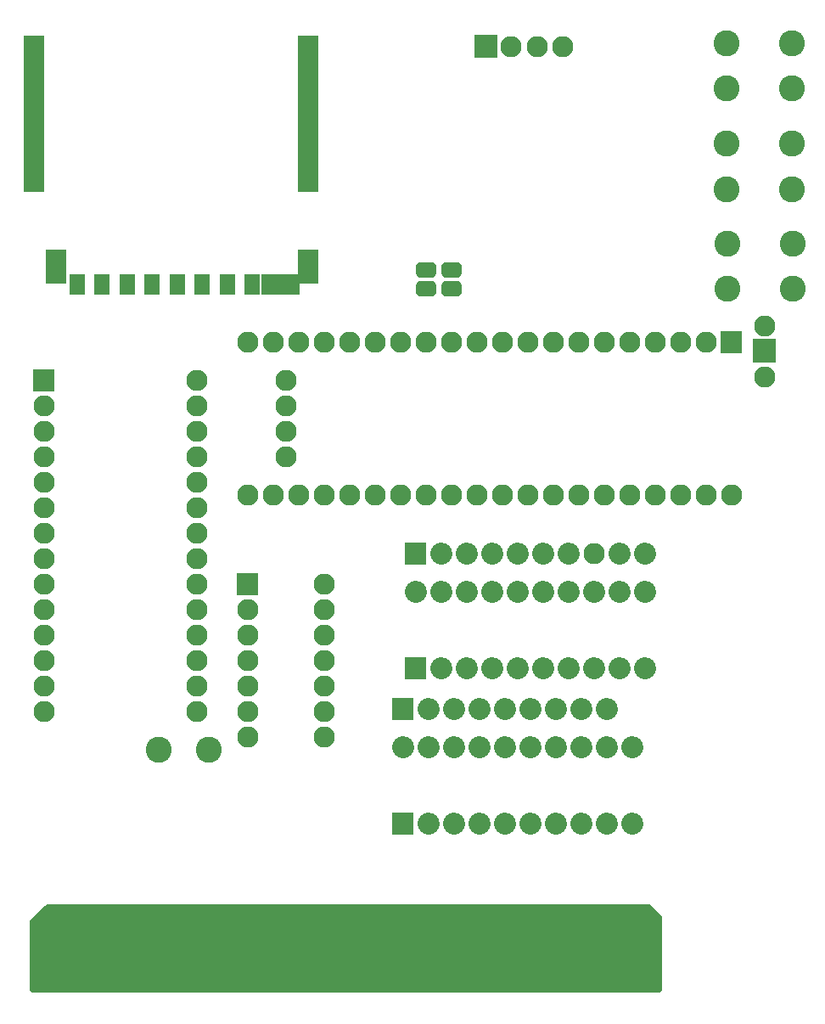
<source format=gts>
%FSLAX34Y34*%
%MOMM*%
%LNSOLDERMASK_TOP*%
G71*
G01*
%ADD10C, 2.124*%
%ADD11C, 0.600*%
%ADD12C, 2.600*%
%ADD13C, 2.200*%
%ADD14R, 1.600X2.100*%
%ADD15R, 1.300X2.100*%
%ADD16R, 2.100X3.400*%
%ADD17R, 2.100X15.600*%
%ADD18C, 2.600*%
%LPD*%
X686050Y644775D02*
G54D10*
D03*
X660650Y644775D02*
G54D10*
D03*
X635250Y644775D02*
G54D10*
D03*
X609850Y644775D02*
G54D10*
D03*
X584450Y644775D02*
G54D10*
D03*
X559050Y644775D02*
G54D10*
D03*
X533650Y644775D02*
G54D10*
D03*
X508250Y644775D02*
G54D10*
D03*
X482850Y644775D02*
G54D10*
D03*
X457450Y644775D02*
G54D10*
D03*
X432050Y644775D02*
G54D10*
D03*
X406650Y644775D02*
G54D10*
D03*
X381250Y644775D02*
G54D10*
D03*
X355850Y644775D02*
G54D10*
D03*
X330450Y644775D02*
G54D10*
D03*
X305050Y644775D02*
G54D10*
D03*
X279650Y644775D02*
G54D10*
D03*
X254250Y644775D02*
G54D10*
D03*
X228850Y644775D02*
G54D10*
D03*
X711450Y492375D02*
G54D10*
D03*
X686050Y492375D02*
G54D10*
D03*
X660650Y492375D02*
G54D10*
D03*
X635250Y492375D02*
G54D10*
D03*
X609850Y492375D02*
G54D10*
D03*
X584450Y492375D02*
G54D10*
D03*
X559050Y492375D02*
G54D10*
D03*
X533650Y492375D02*
G54D10*
D03*
X508250Y492375D02*
G54D10*
D03*
X482850Y492375D02*
G54D10*
D03*
X457450Y492375D02*
G54D10*
D03*
X432050Y492375D02*
G54D10*
D03*
X406650Y492375D02*
G54D10*
D03*
X381250Y492375D02*
G54D10*
D03*
X355850Y492375D02*
G54D10*
D03*
X330450Y492375D02*
G54D10*
D03*
X305050Y492375D02*
G54D10*
D03*
X279650Y492375D02*
G54D10*
D03*
X254250Y492375D02*
G54D10*
D03*
X228850Y492375D02*
G54D10*
D03*
X266950Y555875D02*
G54D10*
D03*
X266950Y581275D02*
G54D10*
D03*
X266950Y530475D02*
G54D10*
D03*
X266950Y606675D02*
G54D10*
D03*
G36*
X369640Y81501D02*
X370126Y81429D01*
X370601Y81310D01*
X371063Y81144D01*
X371507Y80935D01*
X371928Y80682D01*
X372322Y80390D01*
X372686Y80061D01*
X373015Y79697D01*
X373307Y79303D01*
X373560Y78882D01*
X373769Y78438D01*
X373935Y77976D01*
X374054Y77501D01*
X374126Y77015D01*
X374150Y76525D01*
X374150Y6525D01*
X374126Y6035D01*
X374054Y5549D01*
X373935Y5074D01*
X373769Y4611D01*
X373560Y4168D01*
X373307Y3747D01*
X373015Y3353D01*
X372686Y2989D01*
X372322Y2660D01*
X371928Y2368D01*
X371507Y2115D01*
X371063Y1905D01*
X370601Y1740D01*
X370126Y1621D01*
X369640Y1549D01*
X369150Y1525D01*
X359150Y1525D01*
X358660Y1549D01*
X358175Y1621D01*
X357699Y1740D01*
X357237Y1905D01*
X356793Y2115D01*
X356372Y2368D01*
X355978Y2660D01*
X355614Y2989D01*
X355285Y3353D01*
X354993Y3747D01*
X354740Y4168D01*
X354531Y4611D01*
X354365Y5074D01*
X354246Y5549D01*
X354174Y6035D01*
X354150Y6525D01*
X354150Y76525D01*
X354174Y77015D01*
X354246Y77501D01*
X354365Y77976D01*
X354531Y78438D01*
X354740Y78882D01*
X354993Y79303D01*
X355285Y79697D01*
X355614Y80061D01*
X355978Y80390D01*
X356372Y80682D01*
X356793Y80935D01*
X357237Y81144D01*
X357699Y81310D01*
X358175Y81429D01*
X358660Y81501D01*
X359150Y81525D01*
X369150Y81525D01*
X369640Y81501D01*
G37*
G54D11*
X369640Y81501D02*
X370126Y81429D01*
X370601Y81310D01*
X371063Y81144D01*
X371507Y80935D01*
X371928Y80682D01*
X372322Y80390D01*
X372686Y80061D01*
X373015Y79697D01*
X373307Y79303D01*
X373560Y78882D01*
X373769Y78438D01*
X373935Y77976D01*
X374054Y77501D01*
X374126Y77015D01*
X374150Y76525D01*
X374150Y6525D01*
X374126Y6035D01*
X374054Y5549D01*
X373935Y5074D01*
X373769Y4611D01*
X373560Y4168D01*
X373307Y3747D01*
X373015Y3353D01*
X372686Y2989D01*
X372322Y2660D01*
X371928Y2368D01*
X371507Y2115D01*
X371063Y1905D01*
X370601Y1740D01*
X370126Y1621D01*
X369640Y1549D01*
X369150Y1525D01*
X359150Y1525D01*
X358660Y1549D01*
X358175Y1621D01*
X357699Y1740D01*
X357237Y1905D01*
X356793Y2115D01*
X356372Y2368D01*
X355978Y2660D01*
X355614Y2989D01*
X355285Y3353D01*
X354993Y3747D01*
X354740Y4168D01*
X354531Y4611D01*
X354365Y5074D01*
X354246Y5549D01*
X354174Y6035D01*
X354150Y6525D01*
X354150Y76525D01*
X354174Y77015D01*
X354246Y77501D01*
X354365Y77976D01*
X354531Y78438D01*
X354740Y78882D01*
X354993Y79303D01*
X355285Y79697D01*
X355614Y80061D01*
X355978Y80390D01*
X356372Y80682D01*
X356793Y80935D01*
X357237Y81144D01*
X357699Y81310D01*
X358175Y81429D01*
X358660Y81501D01*
X359150Y81525D01*
X369150Y81525D01*
X369640Y81501D01*
G36*
X344640Y81501D02*
X345126Y81429D01*
X345601Y81310D01*
X346063Y81144D01*
X346507Y80935D01*
X346928Y80682D01*
X347322Y80390D01*
X347686Y80061D01*
X348015Y79697D01*
X348307Y79303D01*
X348560Y78882D01*
X348769Y78438D01*
X348935Y77976D01*
X349054Y77501D01*
X349126Y77015D01*
X349150Y76525D01*
X349150Y6525D01*
X349126Y6035D01*
X349054Y5549D01*
X348935Y5074D01*
X348769Y4611D01*
X348560Y4168D01*
X348307Y3747D01*
X348015Y3353D01*
X347686Y2989D01*
X347322Y2660D01*
X346928Y2368D01*
X346507Y2115D01*
X346063Y1905D01*
X345601Y1740D01*
X345126Y1621D01*
X344640Y1549D01*
X344150Y1525D01*
X334150Y1525D01*
X333660Y1549D01*
X333175Y1621D01*
X332699Y1740D01*
X332237Y1905D01*
X331793Y2115D01*
X331372Y2368D01*
X330978Y2660D01*
X330614Y2989D01*
X330285Y3353D01*
X329993Y3747D01*
X329740Y4168D01*
X329531Y4611D01*
X329365Y5074D01*
X329246Y5549D01*
X329174Y6035D01*
X329150Y6525D01*
X329150Y76525D01*
X329174Y77015D01*
X329246Y77501D01*
X329365Y77976D01*
X329531Y78438D01*
X329740Y78882D01*
X329993Y79303D01*
X330285Y79697D01*
X330614Y80061D01*
X330978Y80390D01*
X331372Y80682D01*
X331793Y80935D01*
X332237Y81144D01*
X332699Y81310D01*
X333175Y81429D01*
X333660Y81501D01*
X334150Y81525D01*
X344150Y81525D01*
X344640Y81501D01*
G37*
G54D11*
X344640Y81501D02*
X345126Y81429D01*
X345601Y81310D01*
X346063Y81144D01*
X346507Y80935D01*
X346928Y80682D01*
X347322Y80390D01*
X347686Y80061D01*
X348015Y79697D01*
X348307Y79303D01*
X348560Y78882D01*
X348769Y78438D01*
X348935Y77976D01*
X349054Y77501D01*
X349126Y77015D01*
X349150Y76525D01*
X349150Y6525D01*
X349126Y6035D01*
X349054Y5549D01*
X348935Y5074D01*
X348769Y4611D01*
X348560Y4168D01*
X348307Y3747D01*
X348015Y3353D01*
X347686Y2989D01*
X347322Y2660D01*
X346928Y2368D01*
X346507Y2115D01*
X346063Y1905D01*
X345601Y1740D01*
X345126Y1621D01*
X344640Y1549D01*
X344150Y1525D01*
X334150Y1525D01*
X333660Y1549D01*
X333175Y1621D01*
X332699Y1740D01*
X332237Y1905D01*
X331793Y2115D01*
X331372Y2368D01*
X330978Y2660D01*
X330614Y2989D01*
X330285Y3353D01*
X329993Y3747D01*
X329740Y4168D01*
X329531Y4611D01*
X329365Y5074D01*
X329246Y5549D01*
X329174Y6035D01*
X329150Y6525D01*
X329150Y76525D01*
X329174Y77015D01*
X329246Y77501D01*
X329365Y77976D01*
X329531Y78438D01*
X329740Y78882D01*
X329993Y79303D01*
X330285Y79697D01*
X330614Y80061D01*
X330978Y80390D01*
X331372Y80682D01*
X331793Y80935D01*
X332237Y81144D01*
X332699Y81310D01*
X333175Y81429D01*
X333660Y81501D01*
X334150Y81525D01*
X344150Y81525D01*
X344640Y81501D01*
G36*
X119640Y81501D02*
X120126Y81429D01*
X120601Y81310D01*
X121063Y81144D01*
X121507Y80935D01*
X121928Y80682D01*
X122322Y80390D01*
X122686Y80061D01*
X123015Y79697D01*
X123307Y79303D01*
X123560Y78882D01*
X123769Y78438D01*
X123935Y77976D01*
X124054Y77501D01*
X124126Y77015D01*
X124150Y76525D01*
X124150Y6525D01*
X124126Y6035D01*
X124054Y5549D01*
X123935Y5074D01*
X123769Y4611D01*
X123560Y4168D01*
X123307Y3747D01*
X123015Y3353D01*
X122686Y2989D01*
X122322Y2660D01*
X121928Y2368D01*
X121507Y2115D01*
X121063Y1905D01*
X120601Y1740D01*
X120126Y1621D01*
X119640Y1549D01*
X119150Y1525D01*
X109150Y1525D01*
X108660Y1549D01*
X108175Y1621D01*
X107699Y1740D01*
X107237Y1905D01*
X106793Y2115D01*
X106372Y2368D01*
X105978Y2660D01*
X105614Y2989D01*
X105285Y3353D01*
X104993Y3747D01*
X104740Y4168D01*
X104531Y4611D01*
X104365Y5074D01*
X104246Y5549D01*
X104174Y6035D01*
X104150Y6525D01*
X104150Y76525D01*
X104174Y77015D01*
X104246Y77501D01*
X104365Y77976D01*
X104531Y78438D01*
X104740Y78882D01*
X104993Y79303D01*
X105285Y79697D01*
X105614Y80061D01*
X105978Y80390D01*
X106372Y80682D01*
X106793Y80935D01*
X107237Y81144D01*
X107699Y81310D01*
X108175Y81429D01*
X108660Y81501D01*
X109150Y81525D01*
X119150Y81525D01*
X119640Y81501D01*
G37*
G54D11*
X119640Y81501D02*
X120126Y81429D01*
X120601Y81310D01*
X121063Y81144D01*
X121507Y80935D01*
X121928Y80682D01*
X122322Y80390D01*
X122686Y80061D01*
X123015Y79697D01*
X123307Y79303D01*
X123560Y78882D01*
X123769Y78438D01*
X123935Y77976D01*
X124054Y77501D01*
X124126Y77015D01*
X124150Y76525D01*
X124150Y6525D01*
X124126Y6035D01*
X124054Y5549D01*
X123935Y5074D01*
X123769Y4611D01*
X123560Y4168D01*
X123307Y3747D01*
X123015Y3353D01*
X122686Y2989D01*
X122322Y2660D01*
X121928Y2368D01*
X121507Y2115D01*
X121063Y1905D01*
X120601Y1740D01*
X120126Y1621D01*
X119640Y1549D01*
X119150Y1525D01*
X109150Y1525D01*
X108660Y1549D01*
X108175Y1621D01*
X107699Y1740D01*
X107237Y1905D01*
X106793Y2115D01*
X106372Y2368D01*
X105978Y2660D01*
X105614Y2989D01*
X105285Y3353D01*
X104993Y3747D01*
X104740Y4168D01*
X104531Y4611D01*
X104365Y5074D01*
X104246Y5549D01*
X104174Y6035D01*
X104150Y6525D01*
X104150Y76525D01*
X104174Y77015D01*
X104246Y77501D01*
X104365Y77976D01*
X104531Y78438D01*
X104740Y78882D01*
X104993Y79303D01*
X105285Y79697D01*
X105614Y80061D01*
X105978Y80390D01*
X106372Y80682D01*
X106793Y80935D01*
X107237Y81144D01*
X107699Y81310D01*
X108175Y81429D01*
X108660Y81501D01*
X109150Y81525D01*
X119150Y81525D01*
X119640Y81501D01*
G36*
X619640Y81501D02*
X620126Y81429D01*
X620601Y81310D01*
X621064Y81144D01*
X621507Y80935D01*
X621928Y80682D01*
X622322Y80390D01*
X622686Y80061D01*
X623015Y79697D01*
X623307Y79303D01*
X623560Y78882D01*
X623769Y78438D01*
X623935Y77976D01*
X624054Y77501D01*
X624126Y77015D01*
X624150Y76525D01*
X624150Y6525D01*
X624126Y6035D01*
X624054Y5549D01*
X623935Y5074D01*
X623769Y4611D01*
X623560Y4168D01*
X623307Y3747D01*
X623015Y3353D01*
X622686Y2989D01*
X622322Y2660D01*
X621928Y2368D01*
X621507Y2115D01*
X621064Y1905D01*
X620601Y1740D01*
X620126Y1621D01*
X619640Y1549D01*
X619150Y1525D01*
X609150Y1525D01*
X608660Y1549D01*
X608175Y1621D01*
X607699Y1740D01*
X607237Y1905D01*
X606793Y2115D01*
X606372Y2368D01*
X605978Y2660D01*
X605614Y2989D01*
X605285Y3353D01*
X604993Y3747D01*
X604740Y4168D01*
X604531Y4611D01*
X604365Y5074D01*
X604246Y5549D01*
X604174Y6035D01*
X604150Y6525D01*
X604150Y76525D01*
X604174Y77015D01*
X604246Y77501D01*
X604365Y77976D01*
X604531Y78438D01*
X604740Y78882D01*
X604993Y79303D01*
X605285Y79697D01*
X605614Y80061D01*
X605978Y80390D01*
X606372Y80682D01*
X606793Y80935D01*
X607237Y81144D01*
X607699Y81310D01*
X608175Y81429D01*
X608660Y81501D01*
X609150Y81525D01*
X619150Y81525D01*
X619640Y81501D01*
G37*
G54D11*
X619640Y81501D02*
X620126Y81429D01*
X620601Y81310D01*
X621064Y81144D01*
X621507Y80935D01*
X621928Y80682D01*
X622322Y80390D01*
X622686Y80061D01*
X623015Y79697D01*
X623307Y79303D01*
X623560Y78882D01*
X623769Y78438D01*
X623935Y77976D01*
X624054Y77501D01*
X624126Y77015D01*
X624150Y76525D01*
X624150Y6525D01*
X624126Y6035D01*
X624054Y5549D01*
X623935Y5074D01*
X623769Y4611D01*
X623560Y4168D01*
X623307Y3747D01*
X623015Y3353D01*
X622686Y2989D01*
X622322Y2660D01*
X621928Y2368D01*
X621507Y2115D01*
X621064Y1905D01*
X620601Y1740D01*
X620126Y1621D01*
X619640Y1549D01*
X619150Y1525D01*
X609150Y1525D01*
X608660Y1549D01*
X608175Y1621D01*
X607699Y1740D01*
X607237Y1905D01*
X606793Y2115D01*
X606372Y2368D01*
X605978Y2660D01*
X605614Y2989D01*
X605285Y3353D01*
X604993Y3747D01*
X604740Y4168D01*
X604531Y4611D01*
X604365Y5074D01*
X604246Y5549D01*
X604174Y6035D01*
X604150Y6525D01*
X604150Y76525D01*
X604174Y77015D01*
X604246Y77501D01*
X604365Y77976D01*
X604531Y78438D01*
X604740Y78882D01*
X604993Y79303D01*
X605285Y79697D01*
X605614Y80061D01*
X605978Y80390D01*
X606372Y80682D01*
X606793Y80935D01*
X607237Y81144D01*
X607699Y81310D01*
X608175Y81429D01*
X608660Y81501D01*
X609150Y81525D01*
X619150Y81525D01*
X619640Y81501D01*
G36*
X444640Y81501D02*
X445126Y81429D01*
X445601Y81310D01*
X446063Y81144D01*
X446507Y80935D01*
X446928Y80682D01*
X447322Y80390D01*
X447686Y80061D01*
X448015Y79697D01*
X448307Y79303D01*
X448560Y78882D01*
X448769Y78438D01*
X448935Y77976D01*
X449054Y77501D01*
X449126Y77015D01*
X449150Y76525D01*
X449150Y6525D01*
X449126Y6035D01*
X449054Y5549D01*
X448935Y5074D01*
X448769Y4611D01*
X448560Y4168D01*
X448307Y3747D01*
X448015Y3353D01*
X447686Y2989D01*
X447322Y2660D01*
X446928Y2368D01*
X446507Y2115D01*
X446063Y1905D01*
X445601Y1740D01*
X445126Y1621D01*
X444640Y1549D01*
X444150Y1525D01*
X434150Y1525D01*
X433660Y1549D01*
X433175Y1621D01*
X432699Y1740D01*
X432237Y1905D01*
X431793Y2115D01*
X431372Y2368D01*
X430978Y2660D01*
X430614Y2989D01*
X430285Y3353D01*
X429993Y3747D01*
X429740Y4168D01*
X429531Y4611D01*
X429365Y5074D01*
X429246Y5549D01*
X429174Y6035D01*
X429150Y6525D01*
X429150Y76525D01*
X429174Y77015D01*
X429246Y77501D01*
X429365Y77976D01*
X429531Y78438D01*
X429740Y78882D01*
X429993Y79303D01*
X430285Y79697D01*
X430614Y80061D01*
X430978Y80390D01*
X431372Y80682D01*
X431793Y80935D01*
X432237Y81144D01*
X432699Y81310D01*
X433175Y81429D01*
X433660Y81501D01*
X434150Y81525D01*
X444150Y81525D01*
X444640Y81501D01*
G37*
G54D11*
X444640Y81501D02*
X445126Y81429D01*
X445601Y81310D01*
X446063Y81144D01*
X446507Y80935D01*
X446928Y80682D01*
X447322Y80390D01*
X447686Y80061D01*
X448015Y79697D01*
X448307Y79303D01*
X448560Y78882D01*
X448769Y78438D01*
X448935Y77976D01*
X449054Y77501D01*
X449126Y77015D01*
X449150Y76525D01*
X449150Y6525D01*
X449126Y6035D01*
X449054Y5549D01*
X448935Y5074D01*
X448769Y4611D01*
X448560Y4168D01*
X448307Y3747D01*
X448015Y3353D01*
X447686Y2989D01*
X447322Y2660D01*
X446928Y2368D01*
X446507Y2115D01*
X446063Y1905D01*
X445601Y1740D01*
X445126Y1621D01*
X444640Y1549D01*
X444150Y1525D01*
X434150Y1525D01*
X433660Y1549D01*
X433175Y1621D01*
X432699Y1740D01*
X432237Y1905D01*
X431793Y2115D01*
X431372Y2368D01*
X430978Y2660D01*
X430614Y2989D01*
X430285Y3353D01*
X429993Y3747D01*
X429740Y4168D01*
X429531Y4611D01*
X429365Y5074D01*
X429246Y5549D01*
X429174Y6035D01*
X429150Y6525D01*
X429150Y76525D01*
X429174Y77015D01*
X429246Y77501D01*
X429365Y77976D01*
X429531Y78438D01*
X429740Y78882D01*
X429993Y79303D01*
X430285Y79697D01*
X430614Y80061D01*
X430978Y80390D01*
X431372Y80682D01*
X431793Y80935D01*
X432237Y81144D01*
X432699Y81310D01*
X433175Y81429D01*
X433660Y81501D01*
X434150Y81525D01*
X444150Y81525D01*
X444640Y81501D01*
G36*
X269640Y81501D02*
X270126Y81429D01*
X270601Y81310D01*
X271063Y81144D01*
X271507Y80935D01*
X271928Y80682D01*
X272322Y80390D01*
X272686Y80061D01*
X273015Y79697D01*
X273307Y79303D01*
X273560Y78882D01*
X273769Y78438D01*
X273935Y77976D01*
X274054Y77501D01*
X274126Y77015D01*
X274150Y76525D01*
X274150Y6525D01*
X274126Y6035D01*
X274054Y5549D01*
X273935Y5074D01*
X273769Y4611D01*
X273560Y4168D01*
X273307Y3747D01*
X273015Y3353D01*
X272686Y2989D01*
X272322Y2660D01*
X271928Y2368D01*
X271507Y2115D01*
X271063Y1905D01*
X270601Y1740D01*
X270126Y1621D01*
X269640Y1549D01*
X269150Y1525D01*
X259150Y1525D01*
X258660Y1549D01*
X258175Y1621D01*
X257699Y1740D01*
X257237Y1905D01*
X256793Y2115D01*
X256372Y2368D01*
X255978Y2660D01*
X255614Y2989D01*
X255285Y3353D01*
X254993Y3747D01*
X254740Y4168D01*
X254531Y4611D01*
X254365Y5074D01*
X254246Y5549D01*
X254174Y6035D01*
X254150Y6525D01*
X254150Y76525D01*
X254174Y77015D01*
X254246Y77501D01*
X254365Y77976D01*
X254531Y78438D01*
X254740Y78882D01*
X254993Y79303D01*
X255285Y79697D01*
X255614Y80061D01*
X255978Y80390D01*
X256372Y80682D01*
X256793Y80935D01*
X257237Y81144D01*
X257699Y81310D01*
X258175Y81429D01*
X258660Y81501D01*
X259150Y81525D01*
X269150Y81525D01*
X269640Y81501D01*
G37*
G54D11*
X269640Y81501D02*
X270126Y81429D01*
X270601Y81310D01*
X271063Y81144D01*
X271507Y80935D01*
X271928Y80682D01*
X272322Y80390D01*
X272686Y80061D01*
X273015Y79697D01*
X273307Y79303D01*
X273560Y78882D01*
X273769Y78438D01*
X273935Y77976D01*
X274054Y77501D01*
X274126Y77015D01*
X274150Y76525D01*
X274150Y6525D01*
X274126Y6035D01*
X274054Y5549D01*
X273935Y5074D01*
X273769Y4611D01*
X273560Y4168D01*
X273307Y3747D01*
X273015Y3353D01*
X272686Y2989D01*
X272322Y2660D01*
X271928Y2368D01*
X271507Y2115D01*
X271063Y1905D01*
X270601Y1740D01*
X270126Y1621D01*
X269640Y1549D01*
X269150Y1525D01*
X259150Y1525D01*
X258660Y1549D01*
X258175Y1621D01*
X257699Y1740D01*
X257237Y1905D01*
X256793Y2115D01*
X256372Y2368D01*
X255978Y2660D01*
X255614Y2989D01*
X255285Y3353D01*
X254993Y3747D01*
X254740Y4168D01*
X254531Y4611D01*
X254365Y5074D01*
X254246Y5549D01*
X254174Y6035D01*
X254150Y6525D01*
X254150Y76525D01*
X254174Y77015D01*
X254246Y77501D01*
X254365Y77976D01*
X254531Y78438D01*
X254740Y78882D01*
X254993Y79303D01*
X255285Y79697D01*
X255614Y80061D01*
X255978Y80390D01*
X256372Y80682D01*
X256793Y80935D01*
X257237Y81144D01*
X257699Y81310D01*
X258175Y81429D01*
X258660Y81501D01*
X259150Y81525D01*
X269150Y81525D01*
X269640Y81501D01*
G36*
X69640Y81501D02*
X70125Y81429D01*
X70601Y81310D01*
X71063Y81144D01*
X71507Y80935D01*
X71928Y80682D01*
X72322Y80390D01*
X72686Y80061D01*
X73015Y79697D01*
X73307Y79303D01*
X73560Y78882D01*
X73769Y78438D01*
X73935Y77976D01*
X74054Y77501D01*
X74126Y77015D01*
X74150Y76525D01*
X74150Y6525D01*
X74126Y6035D01*
X74054Y5549D01*
X73935Y5074D01*
X73769Y4611D01*
X73560Y4168D01*
X73307Y3747D01*
X73015Y3353D01*
X72686Y2989D01*
X72322Y2660D01*
X71928Y2368D01*
X71507Y2115D01*
X71063Y1905D01*
X70601Y1740D01*
X70125Y1621D01*
X69640Y1549D01*
X69150Y1525D01*
X59150Y1525D01*
X58660Y1549D01*
X58175Y1621D01*
X57699Y1740D01*
X57237Y1905D01*
X56793Y2115D01*
X56372Y2368D01*
X55978Y2660D01*
X55614Y2989D01*
X55285Y3353D01*
X54993Y3747D01*
X54740Y4168D01*
X54531Y4611D01*
X54365Y5074D01*
X54246Y5549D01*
X54174Y6035D01*
X54150Y6525D01*
X54150Y76525D01*
X54174Y77015D01*
X54246Y77501D01*
X54365Y77976D01*
X54531Y78438D01*
X54740Y78882D01*
X54993Y79303D01*
X55285Y79697D01*
X55614Y80061D01*
X55978Y80390D01*
X56372Y80682D01*
X56793Y80935D01*
X57237Y81144D01*
X57699Y81310D01*
X58175Y81429D01*
X58660Y81501D01*
X59150Y81525D01*
X69150Y81525D01*
X69640Y81501D01*
G37*
G54D11*
X69640Y81501D02*
X70125Y81429D01*
X70601Y81310D01*
X71063Y81144D01*
X71507Y80935D01*
X71928Y80682D01*
X72322Y80390D01*
X72686Y80061D01*
X73015Y79697D01*
X73307Y79303D01*
X73560Y78882D01*
X73769Y78438D01*
X73935Y77976D01*
X74054Y77501D01*
X74126Y77015D01*
X74150Y76525D01*
X74150Y6525D01*
X74126Y6035D01*
X74054Y5549D01*
X73935Y5074D01*
X73769Y4611D01*
X73560Y4168D01*
X73307Y3747D01*
X73015Y3353D01*
X72686Y2989D01*
X72322Y2660D01*
X71928Y2368D01*
X71507Y2115D01*
X71063Y1905D01*
X70601Y1740D01*
X70125Y1621D01*
X69640Y1549D01*
X69150Y1525D01*
X59150Y1525D01*
X58660Y1549D01*
X58175Y1621D01*
X57699Y1740D01*
X57237Y1905D01*
X56793Y2115D01*
X56372Y2368D01*
X55978Y2660D01*
X55614Y2989D01*
X55285Y3353D01*
X54993Y3747D01*
X54740Y4168D01*
X54531Y4611D01*
X54365Y5074D01*
X54246Y5549D01*
X54174Y6035D01*
X54150Y6525D01*
X54150Y76525D01*
X54174Y77015D01*
X54246Y77501D01*
X54365Y77976D01*
X54531Y78438D01*
X54740Y78882D01*
X54993Y79303D01*
X55285Y79697D01*
X55614Y80061D01*
X55978Y80390D01*
X56372Y80682D01*
X56793Y80935D01*
X57237Y81144D01*
X57699Y81310D01*
X58175Y81429D01*
X58660Y81501D01*
X59150Y81525D01*
X69150Y81525D01*
X69640Y81501D01*
G36*
X319640Y81501D02*
X320126Y81429D01*
X320601Y81310D01*
X321063Y81144D01*
X321507Y80935D01*
X321928Y80682D01*
X322322Y80390D01*
X322686Y80061D01*
X323015Y79697D01*
X323307Y79303D01*
X323560Y78882D01*
X323769Y78438D01*
X323935Y77976D01*
X324054Y77501D01*
X324126Y77015D01*
X324150Y76525D01*
X324150Y6525D01*
X324126Y6035D01*
X324054Y5549D01*
X323935Y5074D01*
X323769Y4611D01*
X323560Y4168D01*
X323307Y3747D01*
X323015Y3353D01*
X322686Y2989D01*
X322322Y2660D01*
X321928Y2368D01*
X321507Y2115D01*
X321063Y1905D01*
X320601Y1740D01*
X320126Y1621D01*
X319640Y1549D01*
X319150Y1525D01*
X309150Y1525D01*
X308660Y1549D01*
X308175Y1621D01*
X307699Y1740D01*
X307237Y1905D01*
X306793Y2115D01*
X306372Y2368D01*
X305978Y2660D01*
X305614Y2989D01*
X305285Y3353D01*
X304993Y3747D01*
X304740Y4168D01*
X304531Y4611D01*
X304365Y5074D01*
X304246Y5549D01*
X304174Y6035D01*
X304150Y6525D01*
X304150Y76525D01*
X304174Y77015D01*
X304246Y77501D01*
X304365Y77976D01*
X304531Y78438D01*
X304740Y78882D01*
X304993Y79303D01*
X305285Y79697D01*
X305614Y80061D01*
X305978Y80390D01*
X306372Y80682D01*
X306793Y80935D01*
X307237Y81144D01*
X307699Y81310D01*
X308175Y81429D01*
X308660Y81501D01*
X309150Y81525D01*
X319150Y81525D01*
X319640Y81501D01*
G37*
G54D11*
X319640Y81501D02*
X320126Y81429D01*
X320601Y81310D01*
X321063Y81144D01*
X321507Y80935D01*
X321928Y80682D01*
X322322Y80390D01*
X322686Y80061D01*
X323015Y79697D01*
X323307Y79303D01*
X323560Y78882D01*
X323769Y78438D01*
X323935Y77976D01*
X324054Y77501D01*
X324126Y77015D01*
X324150Y76525D01*
X324150Y6525D01*
X324126Y6035D01*
X324054Y5549D01*
X323935Y5074D01*
X323769Y4611D01*
X323560Y4168D01*
X323307Y3747D01*
X323015Y3353D01*
X322686Y2989D01*
X322322Y2660D01*
X321928Y2368D01*
X321507Y2115D01*
X321063Y1905D01*
X320601Y1740D01*
X320126Y1621D01*
X319640Y1549D01*
X319150Y1525D01*
X309150Y1525D01*
X308660Y1549D01*
X308175Y1621D01*
X307699Y1740D01*
X307237Y1905D01*
X306793Y2115D01*
X306372Y2368D01*
X305978Y2660D01*
X305614Y2989D01*
X305285Y3353D01*
X304993Y3747D01*
X304740Y4168D01*
X304531Y4611D01*
X304365Y5074D01*
X304246Y5549D01*
X304174Y6035D01*
X304150Y6525D01*
X304150Y76525D01*
X304174Y77015D01*
X304246Y77501D01*
X304365Y77976D01*
X304531Y78438D01*
X304740Y78882D01*
X304993Y79303D01*
X305285Y79697D01*
X305614Y80061D01*
X305978Y80390D01*
X306372Y80682D01*
X306793Y80935D01*
X307237Y81144D01*
X307699Y81310D01*
X308175Y81429D01*
X308660Y81501D01*
X309150Y81525D01*
X319150Y81525D01*
X319640Y81501D01*
G36*
X469640Y81501D02*
X470126Y81429D01*
X470601Y81310D01*
X471063Y81144D01*
X471507Y80935D01*
X471928Y80682D01*
X472322Y80390D01*
X472686Y80061D01*
X473015Y79697D01*
X473307Y79303D01*
X473560Y78882D01*
X473769Y78438D01*
X473935Y77976D01*
X474054Y77501D01*
X474126Y77015D01*
X474150Y76525D01*
X474150Y6525D01*
X474126Y6035D01*
X474054Y5549D01*
X473935Y5074D01*
X473769Y4611D01*
X473560Y4168D01*
X473307Y3747D01*
X473015Y3353D01*
X472686Y2989D01*
X472322Y2660D01*
X471928Y2368D01*
X471507Y2115D01*
X471063Y1905D01*
X470601Y1740D01*
X470126Y1621D01*
X469640Y1549D01*
X469150Y1525D01*
X459150Y1525D01*
X458660Y1549D01*
X458175Y1621D01*
X457699Y1740D01*
X457237Y1905D01*
X456793Y2115D01*
X456372Y2368D01*
X455978Y2660D01*
X455614Y2989D01*
X455285Y3353D01*
X454993Y3747D01*
X454740Y4168D01*
X454531Y4611D01*
X454365Y5074D01*
X454246Y5549D01*
X454174Y6035D01*
X454150Y6525D01*
X454150Y76525D01*
X454174Y77015D01*
X454246Y77501D01*
X454365Y77976D01*
X454531Y78438D01*
X454740Y78882D01*
X454993Y79303D01*
X455285Y79697D01*
X455614Y80061D01*
X455978Y80390D01*
X456372Y80682D01*
X456793Y80935D01*
X457237Y81144D01*
X457699Y81310D01*
X458175Y81429D01*
X458660Y81501D01*
X459150Y81525D01*
X469150Y81525D01*
X469640Y81501D01*
G37*
G54D11*
X469640Y81501D02*
X470126Y81429D01*
X470601Y81310D01*
X471063Y81144D01*
X471507Y80935D01*
X471928Y80682D01*
X472322Y80390D01*
X472686Y80061D01*
X473015Y79697D01*
X473307Y79303D01*
X473560Y78882D01*
X473769Y78438D01*
X473935Y77976D01*
X474054Y77501D01*
X474126Y77015D01*
X474150Y76525D01*
X474150Y6525D01*
X474126Y6035D01*
X474054Y5549D01*
X473935Y5074D01*
X473769Y4611D01*
X473560Y4168D01*
X473307Y3747D01*
X473015Y3353D01*
X472686Y2989D01*
X472322Y2660D01*
X471928Y2368D01*
X471507Y2115D01*
X471063Y1905D01*
X470601Y1740D01*
X470126Y1621D01*
X469640Y1549D01*
X469150Y1525D01*
X459150Y1525D01*
X458660Y1549D01*
X458175Y1621D01*
X457699Y1740D01*
X457237Y1905D01*
X456793Y2115D01*
X456372Y2368D01*
X455978Y2660D01*
X455614Y2989D01*
X455285Y3353D01*
X454993Y3747D01*
X454740Y4168D01*
X454531Y4611D01*
X454365Y5074D01*
X454246Y5549D01*
X454174Y6035D01*
X454150Y6525D01*
X454150Y76525D01*
X454174Y77015D01*
X454246Y77501D01*
X454365Y77976D01*
X454531Y78438D01*
X454740Y78882D01*
X454993Y79303D01*
X455285Y79697D01*
X455614Y80061D01*
X455978Y80390D01*
X456372Y80682D01*
X456793Y80935D01*
X457237Y81144D01*
X457699Y81310D01*
X458175Y81429D01*
X458660Y81501D01*
X459150Y81525D01*
X469150Y81525D01*
X469640Y81501D01*
G36*
X219640Y81501D02*
X220126Y81429D01*
X220601Y81310D01*
X221063Y81144D01*
X221507Y80935D01*
X221928Y80682D01*
X222322Y80390D01*
X222686Y80061D01*
X223015Y79697D01*
X223307Y79303D01*
X223560Y78882D01*
X223769Y78438D01*
X223935Y77976D01*
X224054Y77501D01*
X224126Y77015D01*
X224150Y76525D01*
X224150Y6525D01*
X224126Y6035D01*
X224054Y5549D01*
X223935Y5074D01*
X223769Y4611D01*
X223560Y4168D01*
X223307Y3747D01*
X223015Y3353D01*
X222686Y2989D01*
X222322Y2660D01*
X221928Y2368D01*
X221507Y2115D01*
X221063Y1905D01*
X220601Y1740D01*
X220126Y1621D01*
X219640Y1549D01*
X219150Y1525D01*
X209150Y1525D01*
X208660Y1549D01*
X208175Y1621D01*
X207699Y1740D01*
X207237Y1905D01*
X206793Y2115D01*
X206372Y2368D01*
X205978Y2660D01*
X205614Y2989D01*
X205285Y3353D01*
X204993Y3747D01*
X204740Y4168D01*
X204531Y4611D01*
X204365Y5074D01*
X204246Y5549D01*
X204174Y6035D01*
X204150Y6525D01*
X204150Y76525D01*
X204174Y77015D01*
X204246Y77501D01*
X204365Y77976D01*
X204531Y78438D01*
X204740Y78882D01*
X204993Y79303D01*
X205285Y79697D01*
X205614Y80061D01*
X205978Y80390D01*
X206372Y80682D01*
X206793Y80935D01*
X207237Y81144D01*
X207699Y81310D01*
X208175Y81429D01*
X208660Y81501D01*
X209150Y81525D01*
X219150Y81525D01*
X219640Y81501D01*
G37*
G54D11*
X219640Y81501D02*
X220126Y81429D01*
X220601Y81310D01*
X221063Y81144D01*
X221507Y80935D01*
X221928Y80682D01*
X222322Y80390D01*
X222686Y80061D01*
X223015Y79697D01*
X223307Y79303D01*
X223560Y78882D01*
X223769Y78438D01*
X223935Y77976D01*
X224054Y77501D01*
X224126Y77015D01*
X224150Y76525D01*
X224150Y6525D01*
X224126Y6035D01*
X224054Y5549D01*
X223935Y5074D01*
X223769Y4611D01*
X223560Y4168D01*
X223307Y3747D01*
X223015Y3353D01*
X222686Y2989D01*
X222322Y2660D01*
X221928Y2368D01*
X221507Y2115D01*
X221063Y1905D01*
X220601Y1740D01*
X220126Y1621D01*
X219640Y1549D01*
X219150Y1525D01*
X209150Y1525D01*
X208660Y1549D01*
X208175Y1621D01*
X207699Y1740D01*
X207237Y1905D01*
X206793Y2115D01*
X206372Y2368D01*
X205978Y2660D01*
X205614Y2989D01*
X205285Y3353D01*
X204993Y3747D01*
X204740Y4168D01*
X204531Y4611D01*
X204365Y5074D01*
X204246Y5549D01*
X204174Y6035D01*
X204150Y6525D01*
X204150Y76525D01*
X204174Y77015D01*
X204246Y77501D01*
X204365Y77976D01*
X204531Y78438D01*
X204740Y78882D01*
X204993Y79303D01*
X205285Y79697D01*
X205614Y80061D01*
X205978Y80390D01*
X206372Y80682D01*
X206793Y80935D01*
X207237Y81144D01*
X207699Y81310D01*
X208175Y81429D01*
X208660Y81501D01*
X209150Y81525D01*
X219150Y81525D01*
X219640Y81501D01*
G36*
X294640Y81501D02*
X295126Y81429D01*
X295601Y81310D01*
X296063Y81144D01*
X296507Y80935D01*
X296928Y80682D01*
X297322Y80390D01*
X297686Y80061D01*
X298015Y79697D01*
X298307Y79303D01*
X298560Y78882D01*
X298769Y78438D01*
X298935Y77976D01*
X299054Y77501D01*
X299126Y77015D01*
X299150Y76525D01*
X299150Y6525D01*
X299126Y6035D01*
X299054Y5549D01*
X298935Y5074D01*
X298769Y4611D01*
X298560Y4168D01*
X298307Y3747D01*
X298015Y3353D01*
X297686Y2989D01*
X297322Y2660D01*
X296928Y2368D01*
X296507Y2115D01*
X296063Y1905D01*
X295601Y1740D01*
X295126Y1621D01*
X294640Y1549D01*
X294150Y1525D01*
X284150Y1525D01*
X283660Y1549D01*
X283175Y1621D01*
X282699Y1740D01*
X282237Y1905D01*
X281793Y2115D01*
X281372Y2368D01*
X280978Y2660D01*
X280614Y2989D01*
X280285Y3353D01*
X279993Y3747D01*
X279740Y4168D01*
X279531Y4611D01*
X279365Y5074D01*
X279246Y5549D01*
X279174Y6035D01*
X279150Y6525D01*
X279150Y76525D01*
X279174Y77015D01*
X279246Y77501D01*
X279365Y77976D01*
X279531Y78438D01*
X279740Y78882D01*
X279993Y79303D01*
X280285Y79697D01*
X280614Y80061D01*
X280978Y80390D01*
X281372Y80682D01*
X281793Y80935D01*
X282237Y81144D01*
X282699Y81310D01*
X283175Y81429D01*
X283660Y81501D01*
X284150Y81525D01*
X294150Y81525D01*
X294640Y81501D01*
G37*
G54D11*
X294640Y81501D02*
X295126Y81429D01*
X295601Y81310D01*
X296063Y81144D01*
X296507Y80935D01*
X296928Y80682D01*
X297322Y80390D01*
X297686Y80061D01*
X298015Y79697D01*
X298307Y79303D01*
X298560Y78882D01*
X298769Y78438D01*
X298935Y77976D01*
X299054Y77501D01*
X299126Y77015D01*
X299150Y76525D01*
X299150Y6525D01*
X299126Y6035D01*
X299054Y5549D01*
X298935Y5074D01*
X298769Y4611D01*
X298560Y4168D01*
X298307Y3747D01*
X298015Y3353D01*
X297686Y2989D01*
X297322Y2660D01*
X296928Y2368D01*
X296507Y2115D01*
X296063Y1905D01*
X295601Y1740D01*
X295126Y1621D01*
X294640Y1549D01*
X294150Y1525D01*
X284150Y1525D01*
X283660Y1549D01*
X283175Y1621D01*
X282699Y1740D01*
X282237Y1905D01*
X281793Y2115D01*
X281372Y2368D01*
X280978Y2660D01*
X280614Y2989D01*
X280285Y3353D01*
X279993Y3747D01*
X279740Y4168D01*
X279531Y4611D01*
X279365Y5074D01*
X279246Y5549D01*
X279174Y6035D01*
X279150Y6525D01*
X279150Y76525D01*
X279174Y77015D01*
X279246Y77501D01*
X279365Y77976D01*
X279531Y78438D01*
X279740Y78882D01*
X279993Y79303D01*
X280285Y79697D01*
X280614Y80061D01*
X280978Y80390D01*
X281372Y80682D01*
X281793Y80935D01*
X282237Y81144D01*
X282699Y81310D01*
X283175Y81429D01*
X283660Y81501D01*
X284150Y81525D01*
X294150Y81525D01*
X294640Y81501D01*
G36*
X419640Y81501D02*
X420126Y81429D01*
X420601Y81310D01*
X421063Y81144D01*
X421507Y80935D01*
X421928Y80682D01*
X422322Y80390D01*
X422686Y80061D01*
X423015Y79697D01*
X423307Y79303D01*
X423560Y78882D01*
X423769Y78438D01*
X423935Y77976D01*
X424054Y77501D01*
X424126Y77015D01*
X424150Y76525D01*
X424150Y6525D01*
X424126Y6035D01*
X424054Y5549D01*
X423935Y5074D01*
X423769Y4611D01*
X423560Y4168D01*
X423307Y3747D01*
X423015Y3353D01*
X422686Y2989D01*
X422322Y2660D01*
X421928Y2368D01*
X421507Y2115D01*
X421063Y1905D01*
X420601Y1740D01*
X420126Y1621D01*
X419640Y1549D01*
X419150Y1525D01*
X409150Y1525D01*
X408660Y1549D01*
X408175Y1621D01*
X407699Y1740D01*
X407237Y1905D01*
X406793Y2115D01*
X406372Y2368D01*
X405978Y2660D01*
X405614Y2989D01*
X405285Y3353D01*
X404993Y3747D01*
X404740Y4168D01*
X404531Y4611D01*
X404365Y5074D01*
X404246Y5549D01*
X404174Y6035D01*
X404150Y6525D01*
X404150Y76525D01*
X404174Y77015D01*
X404246Y77501D01*
X404365Y77976D01*
X404531Y78438D01*
X404740Y78882D01*
X404993Y79303D01*
X405285Y79697D01*
X405614Y80061D01*
X405978Y80390D01*
X406372Y80682D01*
X406793Y80935D01*
X407237Y81144D01*
X407699Y81310D01*
X408175Y81429D01*
X408660Y81501D01*
X409150Y81525D01*
X419150Y81525D01*
X419640Y81501D01*
G37*
G54D11*
X419640Y81501D02*
X420126Y81429D01*
X420601Y81310D01*
X421063Y81144D01*
X421507Y80935D01*
X421928Y80682D01*
X422322Y80390D01*
X422686Y80061D01*
X423015Y79697D01*
X423307Y79303D01*
X423560Y78882D01*
X423769Y78438D01*
X423935Y77976D01*
X424054Y77501D01*
X424126Y77015D01*
X424150Y76525D01*
X424150Y6525D01*
X424126Y6035D01*
X424054Y5549D01*
X423935Y5074D01*
X423769Y4611D01*
X423560Y4168D01*
X423307Y3747D01*
X423015Y3353D01*
X422686Y2989D01*
X422322Y2660D01*
X421928Y2368D01*
X421507Y2115D01*
X421063Y1905D01*
X420601Y1740D01*
X420126Y1621D01*
X419640Y1549D01*
X419150Y1525D01*
X409150Y1525D01*
X408660Y1549D01*
X408175Y1621D01*
X407699Y1740D01*
X407237Y1905D01*
X406793Y2115D01*
X406372Y2368D01*
X405978Y2660D01*
X405614Y2989D01*
X405285Y3353D01*
X404993Y3747D01*
X404740Y4168D01*
X404531Y4611D01*
X404365Y5074D01*
X404246Y5549D01*
X404174Y6035D01*
X404150Y6525D01*
X404150Y76525D01*
X404174Y77015D01*
X404246Y77501D01*
X404365Y77976D01*
X404531Y78438D01*
X404740Y78882D01*
X404993Y79303D01*
X405285Y79697D01*
X405614Y80061D01*
X405978Y80390D01*
X406372Y80682D01*
X406793Y80935D01*
X407237Y81144D01*
X407699Y81310D01*
X408175Y81429D01*
X408660Y81501D01*
X409150Y81525D01*
X419150Y81525D01*
X419640Y81501D01*
G36*
X194640Y81501D02*
X195126Y81429D01*
X195601Y81310D01*
X196063Y81144D01*
X196507Y80935D01*
X196928Y80682D01*
X197322Y80390D01*
X197686Y80061D01*
X198015Y79697D01*
X198307Y79303D01*
X198560Y78882D01*
X198769Y78438D01*
X198935Y77976D01*
X199054Y77501D01*
X199126Y77015D01*
X199150Y76525D01*
X199150Y6525D01*
X199126Y6035D01*
X199054Y5549D01*
X198935Y5074D01*
X198769Y4611D01*
X198560Y4168D01*
X198307Y3747D01*
X198015Y3353D01*
X197686Y2989D01*
X197322Y2660D01*
X196928Y2368D01*
X196507Y2115D01*
X196063Y1905D01*
X195601Y1740D01*
X195126Y1621D01*
X194640Y1549D01*
X194150Y1525D01*
X184150Y1525D01*
X183660Y1549D01*
X183175Y1621D01*
X182699Y1740D01*
X182237Y1905D01*
X181793Y2115D01*
X181372Y2368D01*
X180978Y2660D01*
X180614Y2989D01*
X180285Y3353D01*
X179993Y3747D01*
X179740Y4168D01*
X179531Y4611D01*
X179365Y5074D01*
X179246Y5549D01*
X179174Y6035D01*
X179150Y6525D01*
X179150Y76525D01*
X179174Y77015D01*
X179246Y77501D01*
X179365Y77976D01*
X179531Y78438D01*
X179740Y78882D01*
X179993Y79303D01*
X180285Y79697D01*
X180614Y80061D01*
X180978Y80390D01*
X181372Y80682D01*
X181793Y80935D01*
X182237Y81144D01*
X182699Y81310D01*
X183175Y81429D01*
X183660Y81501D01*
X184150Y81525D01*
X194150Y81525D01*
X194640Y81501D01*
G37*
G54D11*
X194640Y81501D02*
X195126Y81429D01*
X195601Y81310D01*
X196063Y81144D01*
X196507Y80935D01*
X196928Y80682D01*
X197322Y80390D01*
X197686Y80061D01*
X198015Y79697D01*
X198307Y79303D01*
X198560Y78882D01*
X198769Y78438D01*
X198935Y77976D01*
X199054Y77501D01*
X199126Y77015D01*
X199150Y76525D01*
X199150Y6525D01*
X199126Y6035D01*
X199054Y5549D01*
X198935Y5074D01*
X198769Y4611D01*
X198560Y4168D01*
X198307Y3747D01*
X198015Y3353D01*
X197686Y2989D01*
X197322Y2660D01*
X196928Y2368D01*
X196507Y2115D01*
X196063Y1905D01*
X195601Y1740D01*
X195126Y1621D01*
X194640Y1549D01*
X194150Y1525D01*
X184150Y1525D01*
X183660Y1549D01*
X183175Y1621D01*
X182699Y1740D01*
X182237Y1905D01*
X181793Y2115D01*
X181372Y2368D01*
X180978Y2660D01*
X180614Y2989D01*
X180285Y3353D01*
X179993Y3747D01*
X179740Y4168D01*
X179531Y4611D01*
X179365Y5074D01*
X179246Y5549D01*
X179174Y6035D01*
X179150Y6525D01*
X179150Y76525D01*
X179174Y77015D01*
X179246Y77501D01*
X179365Y77976D01*
X179531Y78438D01*
X179740Y78882D01*
X179993Y79303D01*
X180285Y79697D01*
X180614Y80061D01*
X180978Y80390D01*
X181372Y80682D01*
X181793Y80935D01*
X182237Y81144D01*
X182699Y81310D01*
X183175Y81429D01*
X183660Y81501D01*
X184150Y81525D01*
X194150Y81525D01*
X194640Y81501D01*
G36*
X569640Y81501D02*
X570126Y81429D01*
X570601Y81310D01*
X571064Y81144D01*
X571507Y80935D01*
X571928Y80682D01*
X572322Y80390D01*
X572686Y80061D01*
X573015Y79697D01*
X573307Y79303D01*
X573560Y78882D01*
X573769Y78438D01*
X573935Y77976D01*
X574054Y77501D01*
X574126Y77015D01*
X574150Y76525D01*
X574150Y6525D01*
X574126Y6035D01*
X574054Y5549D01*
X573935Y5074D01*
X573769Y4611D01*
X573560Y4168D01*
X573307Y3747D01*
X573015Y3353D01*
X572686Y2989D01*
X572322Y2660D01*
X571928Y2368D01*
X571507Y2115D01*
X571064Y1905D01*
X570601Y1740D01*
X570126Y1621D01*
X569640Y1549D01*
X569150Y1525D01*
X559150Y1525D01*
X558660Y1549D01*
X558175Y1621D01*
X557699Y1740D01*
X557237Y1905D01*
X556793Y2115D01*
X556372Y2368D01*
X555978Y2660D01*
X555614Y2989D01*
X555285Y3353D01*
X554993Y3747D01*
X554740Y4168D01*
X554531Y4611D01*
X554365Y5074D01*
X554246Y5549D01*
X554174Y6035D01*
X554150Y6525D01*
X554150Y76525D01*
X554174Y77015D01*
X554246Y77501D01*
X554365Y77976D01*
X554531Y78438D01*
X554740Y78882D01*
X554993Y79303D01*
X555285Y79697D01*
X555614Y80061D01*
X555978Y80390D01*
X556372Y80682D01*
X556793Y80935D01*
X557237Y81144D01*
X557699Y81310D01*
X558175Y81429D01*
X558660Y81501D01*
X559150Y81525D01*
X569150Y81525D01*
X569640Y81501D01*
G37*
G54D11*
X569640Y81501D02*
X570126Y81429D01*
X570601Y81310D01*
X571064Y81144D01*
X571507Y80935D01*
X571928Y80682D01*
X572322Y80390D01*
X572686Y80061D01*
X573015Y79697D01*
X573307Y79303D01*
X573560Y78882D01*
X573769Y78438D01*
X573935Y77976D01*
X574054Y77501D01*
X574126Y77015D01*
X574150Y76525D01*
X574150Y6525D01*
X574126Y6035D01*
X574054Y5549D01*
X573935Y5074D01*
X573769Y4611D01*
X573560Y4168D01*
X573307Y3747D01*
X573015Y3353D01*
X572686Y2989D01*
X572322Y2660D01*
X571928Y2368D01*
X571507Y2115D01*
X571064Y1905D01*
X570601Y1740D01*
X570126Y1621D01*
X569640Y1549D01*
X569150Y1525D01*
X559150Y1525D01*
X558660Y1549D01*
X558175Y1621D01*
X557699Y1740D01*
X557237Y1905D01*
X556793Y2115D01*
X556372Y2368D01*
X555978Y2660D01*
X555614Y2989D01*
X555285Y3353D01*
X554993Y3747D01*
X554740Y4168D01*
X554531Y4611D01*
X554365Y5074D01*
X554246Y5549D01*
X554174Y6035D01*
X554150Y6525D01*
X554150Y76525D01*
X554174Y77015D01*
X554246Y77501D01*
X554365Y77976D01*
X554531Y78438D01*
X554740Y78882D01*
X554993Y79303D01*
X555285Y79697D01*
X555614Y80061D01*
X555978Y80390D01*
X556372Y80682D01*
X556793Y80935D01*
X557237Y81144D01*
X557699Y81310D01*
X558175Y81429D01*
X558660Y81501D01*
X559150Y81525D01*
X569150Y81525D01*
X569640Y81501D01*
G36*
X144640Y81501D02*
X145126Y81429D01*
X145601Y81310D01*
X146063Y81144D01*
X146507Y80935D01*
X146928Y80682D01*
X147322Y80390D01*
X147686Y80061D01*
X148015Y79697D01*
X148307Y79303D01*
X148560Y78882D01*
X148769Y78438D01*
X148935Y77976D01*
X149054Y77501D01*
X149126Y77015D01*
X149150Y76525D01*
X149150Y6525D01*
X149126Y6035D01*
X149054Y5549D01*
X148935Y5074D01*
X148769Y4611D01*
X148560Y4168D01*
X148307Y3747D01*
X148015Y3353D01*
X147686Y2989D01*
X147322Y2660D01*
X146928Y2368D01*
X146507Y2115D01*
X146063Y1905D01*
X145601Y1740D01*
X145126Y1621D01*
X144640Y1549D01*
X144150Y1525D01*
X134150Y1525D01*
X133660Y1549D01*
X133175Y1621D01*
X132699Y1740D01*
X132237Y1905D01*
X131793Y2115D01*
X131372Y2368D01*
X130978Y2660D01*
X130614Y2989D01*
X130285Y3353D01*
X129993Y3747D01*
X129740Y4168D01*
X129531Y4611D01*
X129365Y5074D01*
X129246Y5549D01*
X129174Y6035D01*
X129150Y6525D01*
X129150Y76525D01*
X129174Y77015D01*
X129246Y77501D01*
X129365Y77976D01*
X129531Y78438D01*
X129740Y78882D01*
X129993Y79303D01*
X130285Y79697D01*
X130614Y80061D01*
X130978Y80390D01*
X131372Y80682D01*
X131793Y80935D01*
X132237Y81144D01*
X132699Y81310D01*
X133175Y81429D01*
X133660Y81501D01*
X134150Y81525D01*
X144150Y81525D01*
X144640Y81501D01*
G37*
G54D11*
X144640Y81501D02*
X145126Y81429D01*
X145601Y81310D01*
X146063Y81144D01*
X146507Y80935D01*
X146928Y80682D01*
X147322Y80390D01*
X147686Y80061D01*
X148015Y79697D01*
X148307Y79303D01*
X148560Y78882D01*
X148769Y78438D01*
X148935Y77976D01*
X149054Y77501D01*
X149126Y77015D01*
X149150Y76525D01*
X149150Y6525D01*
X149126Y6035D01*
X149054Y5549D01*
X148935Y5074D01*
X148769Y4611D01*
X148560Y4168D01*
X148307Y3747D01*
X148015Y3353D01*
X147686Y2989D01*
X147322Y2660D01*
X146928Y2368D01*
X146507Y2115D01*
X146063Y1905D01*
X145601Y1740D01*
X145126Y1621D01*
X144640Y1549D01*
X144150Y1525D01*
X134150Y1525D01*
X133660Y1549D01*
X133175Y1621D01*
X132699Y1740D01*
X132237Y1905D01*
X131793Y2115D01*
X131372Y2368D01*
X130978Y2660D01*
X130614Y2989D01*
X130285Y3353D01*
X129993Y3747D01*
X129740Y4168D01*
X129531Y4611D01*
X129365Y5074D01*
X129246Y5549D01*
X129174Y6035D01*
X129150Y6525D01*
X129150Y76525D01*
X129174Y77015D01*
X129246Y77501D01*
X129365Y77976D01*
X129531Y78438D01*
X129740Y78882D01*
X129993Y79303D01*
X130285Y79697D01*
X130614Y80061D01*
X130978Y80390D01*
X131372Y80682D01*
X131793Y80935D01*
X132237Y81144D01*
X132699Y81310D01*
X133175Y81429D01*
X133660Y81501D01*
X134150Y81525D01*
X144150Y81525D01*
X144640Y81501D01*
G36*
X94640Y81501D02*
X95125Y81429D01*
X95601Y81310D01*
X96063Y81144D01*
X96507Y80935D01*
X96928Y80682D01*
X97322Y80390D01*
X97686Y80061D01*
X98015Y79697D01*
X98307Y79303D01*
X98560Y78882D01*
X98769Y78438D01*
X98935Y77976D01*
X99054Y77501D01*
X99126Y77015D01*
X99150Y76525D01*
X99150Y6525D01*
X99126Y6035D01*
X99054Y5549D01*
X98935Y5074D01*
X98769Y4611D01*
X98560Y4168D01*
X98307Y3747D01*
X98015Y3353D01*
X97686Y2989D01*
X97322Y2660D01*
X96928Y2368D01*
X96507Y2115D01*
X96063Y1905D01*
X95601Y1740D01*
X95125Y1621D01*
X94640Y1549D01*
X94150Y1525D01*
X84150Y1525D01*
X83660Y1549D01*
X83175Y1621D01*
X82699Y1740D01*
X82237Y1905D01*
X81793Y2115D01*
X81372Y2368D01*
X80978Y2660D01*
X80614Y2989D01*
X80285Y3353D01*
X79993Y3747D01*
X79740Y4168D01*
X79531Y4611D01*
X79365Y5074D01*
X79246Y5549D01*
X79174Y6035D01*
X79150Y6525D01*
X79150Y76525D01*
X79174Y77015D01*
X79246Y77501D01*
X79365Y77976D01*
X79531Y78438D01*
X79740Y78882D01*
X79993Y79303D01*
X80285Y79697D01*
X80614Y80061D01*
X80978Y80390D01*
X81372Y80682D01*
X81793Y80935D01*
X82237Y81144D01*
X82699Y81310D01*
X83175Y81429D01*
X83660Y81501D01*
X84150Y81525D01*
X94150Y81525D01*
X94640Y81501D01*
G37*
G54D11*
X94640Y81501D02*
X95125Y81429D01*
X95601Y81310D01*
X96063Y81144D01*
X96507Y80935D01*
X96928Y80682D01*
X97322Y80390D01*
X97686Y80061D01*
X98015Y79697D01*
X98307Y79303D01*
X98560Y78882D01*
X98769Y78438D01*
X98935Y77976D01*
X99054Y77501D01*
X99126Y77015D01*
X99150Y76525D01*
X99150Y6525D01*
X99126Y6035D01*
X99054Y5549D01*
X98935Y5074D01*
X98769Y4611D01*
X98560Y4168D01*
X98307Y3747D01*
X98015Y3353D01*
X97686Y2989D01*
X97322Y2660D01*
X96928Y2368D01*
X96507Y2115D01*
X96063Y1905D01*
X95601Y1740D01*
X95125Y1621D01*
X94640Y1549D01*
X94150Y1525D01*
X84150Y1525D01*
X83660Y1549D01*
X83175Y1621D01*
X82699Y1740D01*
X82237Y1905D01*
X81793Y2115D01*
X81372Y2368D01*
X80978Y2660D01*
X80614Y2989D01*
X80285Y3353D01*
X79993Y3747D01*
X79740Y4168D01*
X79531Y4611D01*
X79365Y5074D01*
X79246Y5549D01*
X79174Y6035D01*
X79150Y6525D01*
X79150Y76525D01*
X79174Y77015D01*
X79246Y77501D01*
X79365Y77976D01*
X79531Y78438D01*
X79740Y78882D01*
X79993Y79303D01*
X80285Y79697D01*
X80614Y80061D01*
X80978Y80390D01*
X81372Y80682D01*
X81793Y80935D01*
X82237Y81144D01*
X82699Y81310D01*
X83175Y81429D01*
X83660Y81501D01*
X84150Y81525D01*
X94150Y81525D01*
X94640Y81501D01*
G36*
X44640Y81501D02*
X45125Y81429D01*
X45601Y81310D01*
X46063Y81144D01*
X46507Y80935D01*
X46928Y80682D01*
X47322Y80390D01*
X47686Y80061D01*
X48015Y79697D01*
X48307Y79303D01*
X48560Y78882D01*
X48769Y78438D01*
X48935Y77976D01*
X49054Y77501D01*
X49126Y77015D01*
X49150Y76525D01*
X49150Y6525D01*
X49126Y6035D01*
X49054Y5549D01*
X48935Y5074D01*
X48769Y4611D01*
X48560Y4168D01*
X48307Y3747D01*
X48015Y3353D01*
X47686Y2989D01*
X47322Y2660D01*
X46928Y2368D01*
X46507Y2115D01*
X46063Y1905D01*
X45601Y1740D01*
X45125Y1621D01*
X44640Y1549D01*
X44150Y1525D01*
X34150Y1525D01*
X33660Y1549D01*
X33175Y1621D01*
X32699Y1740D01*
X32237Y1905D01*
X31793Y2115D01*
X31372Y2368D01*
X30978Y2660D01*
X30614Y2989D01*
X30285Y3353D01*
X29993Y3747D01*
X29740Y4168D01*
X29531Y4611D01*
X29365Y5074D01*
X29246Y5549D01*
X29174Y6035D01*
X29150Y6525D01*
X29150Y76525D01*
X29174Y77015D01*
X29246Y77501D01*
X29365Y77976D01*
X29531Y78438D01*
X29740Y78882D01*
X29993Y79303D01*
X30285Y79697D01*
X30614Y80061D01*
X30978Y80390D01*
X31372Y80682D01*
X31793Y80935D01*
X32237Y81144D01*
X32699Y81310D01*
X33175Y81429D01*
X33660Y81501D01*
X34150Y81525D01*
X44150Y81525D01*
X44640Y81501D01*
G37*
G54D11*
X44640Y81501D02*
X45125Y81429D01*
X45601Y81310D01*
X46063Y81144D01*
X46507Y80935D01*
X46928Y80682D01*
X47322Y80390D01*
X47686Y80061D01*
X48015Y79697D01*
X48307Y79303D01*
X48560Y78882D01*
X48769Y78438D01*
X48935Y77976D01*
X49054Y77501D01*
X49126Y77015D01*
X49150Y76525D01*
X49150Y6525D01*
X49126Y6035D01*
X49054Y5549D01*
X48935Y5074D01*
X48769Y4611D01*
X48560Y4168D01*
X48307Y3747D01*
X48015Y3353D01*
X47686Y2989D01*
X47322Y2660D01*
X46928Y2368D01*
X46507Y2115D01*
X46063Y1905D01*
X45601Y1740D01*
X45125Y1621D01*
X44640Y1549D01*
X44150Y1525D01*
X34150Y1525D01*
X33660Y1549D01*
X33175Y1621D01*
X32699Y1740D01*
X32237Y1905D01*
X31793Y2115D01*
X31372Y2368D01*
X30978Y2660D01*
X30614Y2989D01*
X30285Y3353D01*
X29993Y3747D01*
X29740Y4168D01*
X29531Y4611D01*
X29365Y5074D01*
X29246Y5549D01*
X29174Y6035D01*
X29150Y6525D01*
X29150Y76525D01*
X29174Y77015D01*
X29246Y77501D01*
X29365Y77976D01*
X29531Y78438D01*
X29740Y78882D01*
X29993Y79303D01*
X30285Y79697D01*
X30614Y80061D01*
X30978Y80390D01*
X31372Y80682D01*
X31793Y80935D01*
X32237Y81144D01*
X32699Y81310D01*
X33175Y81429D01*
X33660Y81501D01*
X34150Y81525D01*
X44150Y81525D01*
X44640Y81501D01*
G36*
X169640Y81501D02*
X170126Y81429D01*
X170601Y81310D01*
X171063Y81144D01*
X171507Y80935D01*
X171928Y80682D01*
X172322Y80390D01*
X172686Y80061D01*
X173015Y79697D01*
X173307Y79303D01*
X173560Y78882D01*
X173769Y78438D01*
X173935Y77976D01*
X174054Y77501D01*
X174126Y77015D01*
X174150Y76525D01*
X174150Y6525D01*
X174126Y6035D01*
X174054Y5549D01*
X173935Y5074D01*
X173769Y4611D01*
X173560Y4168D01*
X173307Y3747D01*
X173015Y3353D01*
X172686Y2989D01*
X172322Y2660D01*
X171928Y2368D01*
X171507Y2115D01*
X171063Y1905D01*
X170601Y1740D01*
X170126Y1621D01*
X169640Y1549D01*
X169150Y1525D01*
X159150Y1525D01*
X158660Y1549D01*
X158175Y1621D01*
X157699Y1740D01*
X157237Y1905D01*
X156793Y2115D01*
X156372Y2368D01*
X155978Y2660D01*
X155614Y2989D01*
X155285Y3353D01*
X154993Y3747D01*
X154740Y4168D01*
X154531Y4611D01*
X154365Y5074D01*
X154246Y5549D01*
X154174Y6035D01*
X154150Y6525D01*
X154150Y76525D01*
X154174Y77015D01*
X154246Y77501D01*
X154365Y77976D01*
X154531Y78438D01*
X154740Y78882D01*
X154993Y79303D01*
X155285Y79697D01*
X155614Y80061D01*
X155978Y80390D01*
X156372Y80682D01*
X156793Y80935D01*
X157237Y81144D01*
X157699Y81310D01*
X158175Y81429D01*
X158660Y81501D01*
X159150Y81525D01*
X169150Y81525D01*
X169640Y81501D01*
G37*
G54D11*
X169640Y81501D02*
X170126Y81429D01*
X170601Y81310D01*
X171063Y81144D01*
X171507Y80935D01*
X171928Y80682D01*
X172322Y80390D01*
X172686Y80061D01*
X173015Y79697D01*
X173307Y79303D01*
X173560Y78882D01*
X173769Y78438D01*
X173935Y77976D01*
X174054Y77501D01*
X174126Y77015D01*
X174150Y76525D01*
X174150Y6525D01*
X174126Y6035D01*
X174054Y5549D01*
X173935Y5074D01*
X173769Y4611D01*
X173560Y4168D01*
X173307Y3747D01*
X173015Y3353D01*
X172686Y2989D01*
X172322Y2660D01*
X171928Y2368D01*
X171507Y2115D01*
X171063Y1905D01*
X170601Y1740D01*
X170126Y1621D01*
X169640Y1549D01*
X169150Y1525D01*
X159150Y1525D01*
X158660Y1549D01*
X158175Y1621D01*
X157699Y1740D01*
X157237Y1905D01*
X156793Y2115D01*
X156372Y2368D01*
X155978Y2660D01*
X155614Y2989D01*
X155285Y3353D01*
X154993Y3747D01*
X154740Y4168D01*
X154531Y4611D01*
X154365Y5074D01*
X154246Y5549D01*
X154174Y6035D01*
X154150Y6525D01*
X154150Y76525D01*
X154174Y77015D01*
X154246Y77501D01*
X154365Y77976D01*
X154531Y78438D01*
X154740Y78882D01*
X154993Y79303D01*
X155285Y79697D01*
X155614Y80061D01*
X155978Y80390D01*
X156372Y80682D01*
X156793Y80935D01*
X157237Y81144D01*
X157699Y81310D01*
X158175Y81429D01*
X158660Y81501D01*
X159150Y81525D01*
X169150Y81525D01*
X169640Y81501D01*
G36*
X394640Y81501D02*
X395126Y81429D01*
X395601Y81310D01*
X396063Y81144D01*
X396507Y80935D01*
X396928Y80682D01*
X397322Y80390D01*
X397686Y80061D01*
X398015Y79697D01*
X398307Y79303D01*
X398560Y78882D01*
X398769Y78438D01*
X398935Y77976D01*
X399054Y77501D01*
X399126Y77015D01*
X399150Y76525D01*
X399150Y6525D01*
X399126Y6035D01*
X399054Y5549D01*
X398935Y5074D01*
X398769Y4611D01*
X398560Y4168D01*
X398307Y3747D01*
X398015Y3353D01*
X397686Y2989D01*
X397322Y2660D01*
X396928Y2368D01*
X396507Y2115D01*
X396063Y1905D01*
X395601Y1740D01*
X395126Y1621D01*
X394640Y1549D01*
X394150Y1525D01*
X384150Y1525D01*
X383660Y1549D01*
X383175Y1621D01*
X382699Y1740D01*
X382237Y1905D01*
X381793Y2115D01*
X381372Y2368D01*
X380978Y2660D01*
X380614Y2989D01*
X380285Y3353D01*
X379993Y3747D01*
X379740Y4168D01*
X379531Y4611D01*
X379365Y5074D01*
X379246Y5549D01*
X379174Y6035D01*
X379150Y6525D01*
X379150Y76525D01*
X379174Y77015D01*
X379246Y77501D01*
X379365Y77976D01*
X379531Y78438D01*
X379740Y78882D01*
X379993Y79303D01*
X380285Y79697D01*
X380614Y80061D01*
X380978Y80390D01*
X381372Y80682D01*
X381793Y80935D01*
X382237Y81144D01*
X382699Y81310D01*
X383175Y81429D01*
X383660Y81501D01*
X384150Y81525D01*
X394150Y81525D01*
X394640Y81501D01*
G37*
G54D11*
X394640Y81501D02*
X395126Y81429D01*
X395601Y81310D01*
X396063Y81144D01*
X396507Y80935D01*
X396928Y80682D01*
X397322Y80390D01*
X397686Y80061D01*
X398015Y79697D01*
X398307Y79303D01*
X398560Y78882D01*
X398769Y78438D01*
X398935Y77976D01*
X399054Y77501D01*
X399126Y77015D01*
X399150Y76525D01*
X399150Y6525D01*
X399126Y6035D01*
X399054Y5549D01*
X398935Y5074D01*
X398769Y4611D01*
X398560Y4168D01*
X398307Y3747D01*
X398015Y3353D01*
X397686Y2989D01*
X397322Y2660D01*
X396928Y2368D01*
X396507Y2115D01*
X396063Y1905D01*
X395601Y1740D01*
X395126Y1621D01*
X394640Y1549D01*
X394150Y1525D01*
X384150Y1525D01*
X383660Y1549D01*
X383175Y1621D01*
X382699Y1740D01*
X382237Y1905D01*
X381793Y2115D01*
X381372Y2368D01*
X380978Y2660D01*
X380614Y2989D01*
X380285Y3353D01*
X379993Y3747D01*
X379740Y4168D01*
X379531Y4611D01*
X379365Y5074D01*
X379246Y5549D01*
X379174Y6035D01*
X379150Y6525D01*
X379150Y76525D01*
X379174Y77015D01*
X379246Y77501D01*
X379365Y77976D01*
X379531Y78438D01*
X379740Y78882D01*
X379993Y79303D01*
X380285Y79697D01*
X380614Y80061D01*
X380978Y80390D01*
X381372Y80682D01*
X381793Y80935D01*
X382237Y81144D01*
X382699Y81310D01*
X383175Y81429D01*
X383660Y81501D01*
X384150Y81525D01*
X394150Y81525D01*
X394640Y81501D01*
G36*
X244640Y81501D02*
X245126Y81429D01*
X245601Y81310D01*
X246063Y81144D01*
X246507Y80935D01*
X246928Y80682D01*
X247322Y80390D01*
X247686Y80061D01*
X248015Y79697D01*
X248307Y79303D01*
X248560Y78882D01*
X248769Y78438D01*
X248935Y77976D01*
X249054Y77501D01*
X249126Y77015D01*
X249150Y76525D01*
X249150Y6525D01*
X249126Y6035D01*
X249054Y5549D01*
X248935Y5074D01*
X248769Y4611D01*
X248560Y4168D01*
X248307Y3747D01*
X248015Y3353D01*
X247686Y2989D01*
X247322Y2660D01*
X246928Y2368D01*
X246507Y2115D01*
X246063Y1905D01*
X245601Y1740D01*
X245126Y1621D01*
X244640Y1549D01*
X244150Y1525D01*
X234150Y1525D01*
X233660Y1549D01*
X233175Y1621D01*
X232699Y1740D01*
X232237Y1905D01*
X231793Y2115D01*
X231372Y2368D01*
X230978Y2660D01*
X230614Y2989D01*
X230285Y3353D01*
X229993Y3747D01*
X229740Y4168D01*
X229531Y4611D01*
X229365Y5074D01*
X229246Y5549D01*
X229174Y6035D01*
X229150Y6525D01*
X229150Y76525D01*
X229174Y77015D01*
X229246Y77501D01*
X229365Y77976D01*
X229531Y78438D01*
X229740Y78882D01*
X229993Y79303D01*
X230285Y79697D01*
X230614Y80061D01*
X230978Y80390D01*
X231372Y80682D01*
X231793Y80935D01*
X232237Y81144D01*
X232699Y81310D01*
X233175Y81429D01*
X233660Y81501D01*
X234150Y81525D01*
X244150Y81525D01*
X244640Y81501D01*
G37*
G54D11*
X244640Y81501D02*
X245126Y81429D01*
X245601Y81310D01*
X246063Y81144D01*
X246507Y80935D01*
X246928Y80682D01*
X247322Y80390D01*
X247686Y80061D01*
X248015Y79697D01*
X248307Y79303D01*
X248560Y78882D01*
X248769Y78438D01*
X248935Y77976D01*
X249054Y77501D01*
X249126Y77015D01*
X249150Y76525D01*
X249150Y6525D01*
X249126Y6035D01*
X249054Y5549D01*
X248935Y5074D01*
X248769Y4611D01*
X248560Y4168D01*
X248307Y3747D01*
X248015Y3353D01*
X247686Y2989D01*
X247322Y2660D01*
X246928Y2368D01*
X246507Y2115D01*
X246063Y1905D01*
X245601Y1740D01*
X245126Y1621D01*
X244640Y1549D01*
X244150Y1525D01*
X234150Y1525D01*
X233660Y1549D01*
X233175Y1621D01*
X232699Y1740D01*
X232237Y1905D01*
X231793Y2115D01*
X231372Y2368D01*
X230978Y2660D01*
X230614Y2989D01*
X230285Y3353D01*
X229993Y3747D01*
X229740Y4168D01*
X229531Y4611D01*
X229365Y5074D01*
X229246Y5549D01*
X229174Y6035D01*
X229150Y6525D01*
X229150Y76525D01*
X229174Y77015D01*
X229246Y77501D01*
X229365Y77976D01*
X229531Y78438D01*
X229740Y78882D01*
X229993Y79303D01*
X230285Y79697D01*
X230614Y80061D01*
X230978Y80390D01*
X231372Y80682D01*
X231793Y80935D01*
X232237Y81144D01*
X232699Y81310D01*
X233175Y81429D01*
X233660Y81501D01*
X234150Y81525D01*
X244150Y81525D01*
X244640Y81501D01*
G36*
X594640Y81501D02*
X595126Y81429D01*
X595601Y81310D01*
X596064Y81144D01*
X596507Y80935D01*
X596928Y80682D01*
X597322Y80390D01*
X597686Y80061D01*
X598015Y79697D01*
X598307Y79303D01*
X598560Y78882D01*
X598769Y78438D01*
X598935Y77976D01*
X599054Y77501D01*
X599126Y77015D01*
X599150Y76525D01*
X599150Y6525D01*
X599126Y6035D01*
X599054Y5549D01*
X598935Y5074D01*
X598769Y4611D01*
X598560Y4168D01*
X598307Y3747D01*
X598015Y3353D01*
X597686Y2989D01*
X597322Y2660D01*
X596928Y2368D01*
X596507Y2115D01*
X596064Y1905D01*
X595601Y1740D01*
X595126Y1621D01*
X594640Y1549D01*
X594150Y1525D01*
X584150Y1525D01*
X583660Y1549D01*
X583175Y1621D01*
X582699Y1740D01*
X582237Y1905D01*
X581793Y2115D01*
X581372Y2368D01*
X580978Y2660D01*
X580614Y2989D01*
X580285Y3353D01*
X579993Y3747D01*
X579740Y4168D01*
X579531Y4611D01*
X579365Y5074D01*
X579246Y5549D01*
X579174Y6035D01*
X579150Y6525D01*
X579150Y76525D01*
X579174Y77015D01*
X579246Y77501D01*
X579365Y77976D01*
X579531Y78438D01*
X579740Y78882D01*
X579993Y79303D01*
X580285Y79697D01*
X580614Y80061D01*
X580978Y80390D01*
X581372Y80682D01*
X581793Y80935D01*
X582237Y81144D01*
X582699Y81310D01*
X583175Y81429D01*
X583660Y81501D01*
X584150Y81525D01*
X594150Y81525D01*
X594640Y81501D01*
G37*
G54D11*
X594640Y81501D02*
X595126Y81429D01*
X595601Y81310D01*
X596064Y81144D01*
X596507Y80935D01*
X596928Y80682D01*
X597322Y80390D01*
X597686Y80061D01*
X598015Y79697D01*
X598307Y79303D01*
X598560Y78882D01*
X598769Y78438D01*
X598935Y77976D01*
X599054Y77501D01*
X599126Y77015D01*
X599150Y76525D01*
X599150Y6525D01*
X599126Y6035D01*
X599054Y5549D01*
X598935Y5074D01*
X598769Y4611D01*
X598560Y4168D01*
X598307Y3747D01*
X598015Y3353D01*
X597686Y2989D01*
X597322Y2660D01*
X596928Y2368D01*
X596507Y2115D01*
X596064Y1905D01*
X595601Y1740D01*
X595126Y1621D01*
X594640Y1549D01*
X594150Y1525D01*
X584150Y1525D01*
X583660Y1549D01*
X583175Y1621D01*
X582699Y1740D01*
X582237Y1905D01*
X581793Y2115D01*
X581372Y2368D01*
X580978Y2660D01*
X580614Y2989D01*
X580285Y3353D01*
X579993Y3747D01*
X579740Y4168D01*
X579531Y4611D01*
X579365Y5074D01*
X579246Y5549D01*
X579174Y6035D01*
X579150Y6525D01*
X579150Y76525D01*
X579174Y77015D01*
X579246Y77501D01*
X579365Y77976D01*
X579531Y78438D01*
X579740Y78882D01*
X579993Y79303D01*
X580285Y79697D01*
X580614Y80061D01*
X580978Y80390D01*
X581372Y80682D01*
X581793Y80935D01*
X582237Y81144D01*
X582699Y81310D01*
X583175Y81429D01*
X583660Y81501D01*
X584150Y81525D01*
X594150Y81525D01*
X594640Y81501D01*
G36*
X494640Y81501D02*
X495126Y81429D01*
X495601Y81310D01*
X496063Y81144D01*
X496507Y80935D01*
X496928Y80682D01*
X497322Y80390D01*
X497686Y80061D01*
X498015Y79697D01*
X498307Y79303D01*
X498560Y78882D01*
X498769Y78438D01*
X498935Y77976D01*
X499054Y77501D01*
X499126Y77015D01*
X499150Y76525D01*
X499150Y6525D01*
X499126Y6035D01*
X499054Y5549D01*
X498935Y5074D01*
X498769Y4611D01*
X498560Y4168D01*
X498307Y3747D01*
X498015Y3353D01*
X497686Y2989D01*
X497322Y2660D01*
X496928Y2368D01*
X496507Y2115D01*
X496063Y1905D01*
X495601Y1740D01*
X495126Y1621D01*
X494640Y1549D01*
X494150Y1525D01*
X484150Y1525D01*
X483660Y1549D01*
X483175Y1621D01*
X482699Y1740D01*
X482237Y1905D01*
X481793Y2115D01*
X481372Y2368D01*
X480978Y2660D01*
X480614Y2989D01*
X480285Y3353D01*
X479993Y3747D01*
X479740Y4168D01*
X479531Y4611D01*
X479365Y5074D01*
X479246Y5549D01*
X479174Y6035D01*
X479150Y6525D01*
X479150Y76525D01*
X479174Y77015D01*
X479246Y77501D01*
X479365Y77976D01*
X479531Y78438D01*
X479740Y78882D01*
X479993Y79303D01*
X480285Y79697D01*
X480614Y80061D01*
X480978Y80390D01*
X481372Y80682D01*
X481793Y80935D01*
X482237Y81144D01*
X482699Y81310D01*
X483175Y81429D01*
X483660Y81501D01*
X484150Y81525D01*
X494150Y81525D01*
X494640Y81501D01*
G37*
G54D11*
X494640Y81501D02*
X495126Y81429D01*
X495601Y81310D01*
X496063Y81144D01*
X496507Y80935D01*
X496928Y80682D01*
X497322Y80390D01*
X497686Y80061D01*
X498015Y79697D01*
X498307Y79303D01*
X498560Y78882D01*
X498769Y78438D01*
X498935Y77976D01*
X499054Y77501D01*
X499126Y77015D01*
X499150Y76525D01*
X499150Y6525D01*
X499126Y6035D01*
X499054Y5549D01*
X498935Y5074D01*
X498769Y4611D01*
X498560Y4168D01*
X498307Y3747D01*
X498015Y3353D01*
X497686Y2989D01*
X497322Y2660D01*
X496928Y2368D01*
X496507Y2115D01*
X496063Y1905D01*
X495601Y1740D01*
X495126Y1621D01*
X494640Y1549D01*
X494150Y1525D01*
X484150Y1525D01*
X483660Y1549D01*
X483175Y1621D01*
X482699Y1740D01*
X482237Y1905D01*
X481793Y2115D01*
X481372Y2368D01*
X480978Y2660D01*
X480614Y2989D01*
X480285Y3353D01*
X479993Y3747D01*
X479740Y4168D01*
X479531Y4611D01*
X479365Y5074D01*
X479246Y5549D01*
X479174Y6035D01*
X479150Y6525D01*
X479150Y76525D01*
X479174Y77015D01*
X479246Y77501D01*
X479365Y77976D01*
X479531Y78438D01*
X479740Y78882D01*
X479993Y79303D01*
X480285Y79697D01*
X480614Y80061D01*
X480978Y80390D01*
X481372Y80682D01*
X481793Y80935D01*
X482237Y81144D01*
X482699Y81310D01*
X483175Y81429D01*
X483660Y81501D01*
X484150Y81525D01*
X494150Y81525D01*
X494640Y81501D01*
G36*
X544640Y81501D02*
X545126Y81429D01*
X545601Y81310D01*
X546064Y81144D01*
X546507Y80935D01*
X546928Y80682D01*
X547322Y80390D01*
X547686Y80061D01*
X548015Y79697D01*
X548307Y79303D01*
X548560Y78882D01*
X548769Y78438D01*
X548935Y77976D01*
X549054Y77501D01*
X549126Y77015D01*
X549150Y76525D01*
X549150Y6525D01*
X549126Y6035D01*
X549054Y5549D01*
X548935Y5074D01*
X548769Y4611D01*
X548560Y4168D01*
X548307Y3747D01*
X548015Y3353D01*
X547686Y2989D01*
X547322Y2660D01*
X546928Y2368D01*
X546507Y2115D01*
X546064Y1905D01*
X545601Y1740D01*
X545126Y1621D01*
X544640Y1549D01*
X544150Y1525D01*
X534150Y1525D01*
X533660Y1549D01*
X533175Y1621D01*
X532699Y1740D01*
X532237Y1905D01*
X531793Y2115D01*
X531372Y2368D01*
X530978Y2660D01*
X530614Y2989D01*
X530285Y3353D01*
X529993Y3747D01*
X529740Y4168D01*
X529531Y4611D01*
X529365Y5074D01*
X529246Y5549D01*
X529174Y6035D01*
X529150Y6525D01*
X529150Y76525D01*
X529174Y77015D01*
X529246Y77501D01*
X529365Y77976D01*
X529531Y78438D01*
X529740Y78882D01*
X529993Y79303D01*
X530285Y79697D01*
X530614Y80061D01*
X530978Y80390D01*
X531372Y80682D01*
X531793Y80935D01*
X532237Y81144D01*
X532699Y81310D01*
X533175Y81429D01*
X533660Y81501D01*
X534150Y81525D01*
X544150Y81525D01*
X544640Y81501D01*
G37*
G54D11*
X544640Y81501D02*
X545126Y81429D01*
X545601Y81310D01*
X546064Y81144D01*
X546507Y80935D01*
X546928Y80682D01*
X547322Y80390D01*
X547686Y80061D01*
X548015Y79697D01*
X548307Y79303D01*
X548560Y78882D01*
X548769Y78438D01*
X548935Y77976D01*
X549054Y77501D01*
X549126Y77015D01*
X549150Y76525D01*
X549150Y6525D01*
X549126Y6035D01*
X549054Y5549D01*
X548935Y5074D01*
X548769Y4611D01*
X548560Y4168D01*
X548307Y3747D01*
X548015Y3353D01*
X547686Y2989D01*
X547322Y2660D01*
X546928Y2368D01*
X546507Y2115D01*
X546064Y1905D01*
X545601Y1740D01*
X545126Y1621D01*
X544640Y1549D01*
X544150Y1525D01*
X534150Y1525D01*
X533660Y1549D01*
X533175Y1621D01*
X532699Y1740D01*
X532237Y1905D01*
X531793Y2115D01*
X531372Y2368D01*
X530978Y2660D01*
X530614Y2989D01*
X530285Y3353D01*
X529993Y3747D01*
X529740Y4168D01*
X529531Y4611D01*
X529365Y5074D01*
X529246Y5549D01*
X529174Y6035D01*
X529150Y6525D01*
X529150Y76525D01*
X529174Y77015D01*
X529246Y77501D01*
X529365Y77976D01*
X529531Y78438D01*
X529740Y78882D01*
X529993Y79303D01*
X530285Y79697D01*
X530614Y80061D01*
X530978Y80390D01*
X531372Y80682D01*
X531793Y80935D01*
X532237Y81144D01*
X532699Y81310D01*
X533175Y81429D01*
X533660Y81501D01*
X534150Y81525D01*
X544150Y81525D01*
X544640Y81501D01*
G36*
X519640Y81501D02*
X520126Y81429D01*
X520601Y81310D01*
X521063Y81144D01*
X521507Y80935D01*
X521928Y80682D01*
X522322Y80390D01*
X522686Y80061D01*
X523015Y79697D01*
X523307Y79303D01*
X523560Y78882D01*
X523769Y78438D01*
X523935Y77976D01*
X524054Y77501D01*
X524126Y77015D01*
X524150Y76525D01*
X524150Y6525D01*
X524126Y6035D01*
X524054Y5549D01*
X523935Y5074D01*
X523769Y4611D01*
X523560Y4168D01*
X523307Y3747D01*
X523015Y3353D01*
X522686Y2989D01*
X522322Y2660D01*
X521928Y2368D01*
X521507Y2115D01*
X521063Y1905D01*
X520601Y1740D01*
X520126Y1621D01*
X519640Y1549D01*
X519150Y1525D01*
X509150Y1525D01*
X508660Y1549D01*
X508175Y1621D01*
X507699Y1740D01*
X507237Y1905D01*
X506793Y2115D01*
X506372Y2368D01*
X505978Y2660D01*
X505614Y2989D01*
X505285Y3353D01*
X504993Y3747D01*
X504740Y4168D01*
X504531Y4611D01*
X504365Y5074D01*
X504246Y5549D01*
X504174Y6035D01*
X504150Y6525D01*
X504150Y76525D01*
X504174Y77015D01*
X504246Y77501D01*
X504365Y77976D01*
X504531Y78438D01*
X504740Y78882D01*
X504993Y79303D01*
X505285Y79697D01*
X505614Y80061D01*
X505978Y80390D01*
X506372Y80682D01*
X506793Y80935D01*
X507237Y81144D01*
X507699Y81310D01*
X508175Y81429D01*
X508660Y81501D01*
X509150Y81525D01*
X519150Y81525D01*
X519640Y81501D01*
G37*
G54D11*
X519640Y81501D02*
X520126Y81429D01*
X520601Y81310D01*
X521063Y81144D01*
X521507Y80935D01*
X521928Y80682D01*
X522322Y80390D01*
X522686Y80061D01*
X523015Y79697D01*
X523307Y79303D01*
X523560Y78882D01*
X523769Y78438D01*
X523935Y77976D01*
X524054Y77501D01*
X524126Y77015D01*
X524150Y76525D01*
X524150Y6525D01*
X524126Y6035D01*
X524054Y5549D01*
X523935Y5074D01*
X523769Y4611D01*
X523560Y4168D01*
X523307Y3747D01*
X523015Y3353D01*
X522686Y2989D01*
X522322Y2660D01*
X521928Y2368D01*
X521507Y2115D01*
X521063Y1905D01*
X520601Y1740D01*
X520126Y1621D01*
X519640Y1549D01*
X519150Y1525D01*
X509150Y1525D01*
X508660Y1549D01*
X508175Y1621D01*
X507699Y1740D01*
X507237Y1905D01*
X506793Y2115D01*
X506372Y2368D01*
X505978Y2660D01*
X505614Y2989D01*
X505285Y3353D01*
X504993Y3747D01*
X504740Y4168D01*
X504531Y4611D01*
X504365Y5074D01*
X504246Y5549D01*
X504174Y6035D01*
X504150Y6525D01*
X504150Y76525D01*
X504174Y77015D01*
X504246Y77501D01*
X504365Y77976D01*
X504531Y78438D01*
X504740Y78882D01*
X504993Y79303D01*
X505285Y79697D01*
X505614Y80061D01*
X505978Y80390D01*
X506372Y80682D01*
X506793Y80935D01*
X507237Y81144D01*
X507699Y81310D01*
X508175Y81429D01*
X508660Y81501D01*
X509150Y81525D01*
X519150Y81525D01*
X519640Y81501D01*
X139950Y238375D02*
G54D12*
D03*
X189950Y238375D02*
G54D12*
D03*
G36*
X385490Y330655D02*
X407490Y330655D01*
X407490Y308655D01*
X385490Y308655D01*
X385490Y330655D01*
G37*
G54D13*
X625090Y395855D02*
X625090Y395855D01*
G54D13*
X421890Y319655D02*
X421890Y319655D01*
G54D13*
X599690Y395855D02*
X599690Y395855D01*
G54D13*
X447290Y319655D02*
X447290Y319655D01*
G54D13*
X574290Y395855D02*
X574290Y395855D01*
G54D13*
X472690Y319655D02*
X472690Y319655D01*
G54D13*
X548890Y395855D02*
X548890Y395855D01*
G54D13*
X498090Y319655D02*
X498090Y319655D01*
G54D13*
X523490Y395855D02*
X523490Y395855D01*
G54D13*
X523490Y319655D02*
X523490Y319655D01*
G54D13*
X498090Y395855D02*
X498090Y395855D01*
G54D13*
X548890Y319655D02*
X548890Y319655D01*
G54D13*
X472690Y395855D02*
X472690Y395855D01*
G54D13*
X574290Y319655D02*
X574290Y319655D01*
G54D13*
X447290Y395855D02*
X447290Y395855D01*
G54D13*
X599690Y319655D02*
X599690Y319655D01*
G54D13*
X421890Y395855D02*
X421890Y395855D01*
G54D13*
X625090Y319655D02*
X625090Y319655D01*
G54D13*
X396490Y395855D02*
X396490Y395855D01*
G54D13*
X383790Y240915D02*
X383790Y240915D01*
G54D13*
X612390Y164715D02*
X612390Y164715D01*
G54D13*
X409190Y240915D02*
X409190Y240915D01*
G54D13*
X586990Y164715D02*
X586990Y164715D01*
G54D13*
X434590Y240915D02*
X434590Y240915D01*
G54D13*
X561590Y164715D02*
X561590Y164715D01*
G54D13*
X459990Y240915D02*
X459990Y240915D01*
G54D13*
X536190Y164715D02*
X536190Y164715D01*
G54D13*
X485390Y240915D02*
X485390Y240915D01*
G54D13*
X510790Y164715D02*
X510790Y164715D01*
G54D13*
X510790Y240915D02*
X510790Y240915D01*
G54D13*
X485390Y164715D02*
X485390Y164715D01*
G54D13*
X536190Y240915D02*
X536190Y240915D01*
G54D13*
X459990Y164715D02*
X459990Y164715D01*
G54D13*
X561590Y240915D02*
X561590Y240915D01*
G54D13*
X434590Y164715D02*
X434590Y164715D01*
G54D13*
X586990Y240915D02*
X586990Y240915D01*
G54D13*
X409190Y164715D02*
X409190Y164715D01*
G54D13*
X612390Y240915D02*
X612390Y240915D01*
G36*
X372790Y175715D02*
X394790Y175715D01*
X394790Y153715D01*
X372790Y153715D01*
X372790Y175715D01*
G37*
X83900Y702825D02*
G54D14*
D03*
X108900Y702825D02*
G54D14*
D03*
X133900Y702825D02*
G54D14*
D03*
X158900Y702825D02*
G54D14*
D03*
X183900Y702825D02*
G54D14*
D03*
X208900Y702825D02*
G54D14*
D03*
X233200Y702825D02*
G54D14*
D03*
X250200Y702825D02*
G54D14*
D03*
X58900Y702825D02*
G54D14*
D03*
X263200Y702825D02*
G54D15*
D03*
X275200Y702825D02*
G54D15*
D03*
X38150Y720825D02*
G54D16*
D03*
X16210Y873225D02*
G54D17*
D03*
X289150Y873225D02*
G54D17*
D03*
X289150Y720825D02*
G54D16*
D03*
G36*
X733208Y648179D02*
X756208Y648179D01*
X756208Y625179D01*
X733208Y625179D01*
X733208Y648179D01*
G37*
G36*
X436851Y703763D02*
X437088Y703728D01*
X437320Y703670D01*
X437545Y703589D01*
X437762Y703487D01*
X437967Y703364D01*
X438159Y703222D01*
X438336Y703061D01*
X438497Y702884D01*
X438639Y702692D01*
X438762Y702487D01*
X438864Y702270D01*
X438945Y702045D01*
X439003Y701813D01*
X439038Y701576D01*
X439050Y701337D01*
X439050Y696463D01*
X439038Y696223D01*
X439003Y695987D01*
X438945Y695755D01*
X438864Y695530D01*
X438762Y695313D01*
X438639Y695108D01*
X438497Y694916D01*
X438336Y694739D01*
X438159Y694578D01*
X437967Y694436D01*
X437762Y694313D01*
X437545Y694211D01*
X437320Y694130D01*
X437088Y694072D01*
X436851Y694037D01*
X436612Y694025D01*
X427488Y694025D01*
X427249Y694037D01*
X427012Y694072D01*
X426780Y694130D01*
X426555Y694211D01*
X426338Y694313D01*
X426133Y694436D01*
X425941Y694578D01*
X425764Y694739D01*
X425603Y694916D01*
X425461Y695108D01*
X425338Y695313D01*
X425236Y695530D01*
X425155Y695755D01*
X425097Y695987D01*
X425062Y696223D01*
X425050Y696463D01*
X425050Y701337D01*
X425062Y701576D01*
X425097Y701813D01*
X425155Y702045D01*
X425236Y702270D01*
X425338Y702487D01*
X425461Y702692D01*
X425603Y702884D01*
X425764Y703061D01*
X425941Y703222D01*
X426133Y703364D01*
X426338Y703487D01*
X426555Y703589D01*
X426780Y703670D01*
X427012Y703728D01*
X427249Y703763D01*
X427488Y703775D01*
X436612Y703775D01*
X436851Y703763D01*
G37*
G54D11*
X436851Y703763D02*
X437088Y703728D01*
X437320Y703670D01*
X437545Y703589D01*
X437762Y703487D01*
X437967Y703364D01*
X438159Y703222D01*
X438336Y703061D01*
X438497Y702884D01*
X438639Y702692D01*
X438762Y702487D01*
X438864Y702270D01*
X438945Y702045D01*
X439003Y701813D01*
X439038Y701576D01*
X439050Y701337D01*
X439050Y696463D01*
X439038Y696223D01*
X439003Y695987D01*
X438945Y695755D01*
X438864Y695530D01*
X438762Y695313D01*
X438639Y695108D01*
X438497Y694916D01*
X438336Y694739D01*
X438159Y694578D01*
X437967Y694436D01*
X437762Y694313D01*
X437545Y694211D01*
X437320Y694130D01*
X437088Y694072D01*
X436851Y694037D01*
X436612Y694025D01*
X427488Y694025D01*
X427249Y694037D01*
X427012Y694072D01*
X426780Y694130D01*
X426555Y694211D01*
X426338Y694313D01*
X426133Y694436D01*
X425941Y694578D01*
X425764Y694739D01*
X425603Y694916D01*
X425461Y695108D01*
X425338Y695313D01*
X425236Y695530D01*
X425155Y695755D01*
X425097Y695987D01*
X425062Y696223D01*
X425050Y696463D01*
X425050Y701337D01*
X425062Y701576D01*
X425097Y701813D01*
X425155Y702045D01*
X425236Y702270D01*
X425338Y702487D01*
X425461Y702692D01*
X425603Y702884D01*
X425764Y703061D01*
X425941Y703222D01*
X426133Y703364D01*
X426338Y703487D01*
X426555Y703589D01*
X426780Y703670D01*
X427012Y703728D01*
X427249Y703763D01*
X427488Y703775D01*
X436612Y703775D01*
X436851Y703763D01*
G36*
X436851Y722513D02*
X437088Y722478D01*
X437320Y722420D01*
X437545Y722339D01*
X437762Y722237D01*
X437967Y722114D01*
X438159Y721972D01*
X438336Y721811D01*
X438497Y721634D01*
X438639Y721442D01*
X438762Y721237D01*
X438864Y721020D01*
X438945Y720795D01*
X439003Y720563D01*
X439038Y720326D01*
X439050Y720087D01*
X439050Y715213D01*
X439038Y714973D01*
X439003Y714737D01*
X438945Y714505D01*
X438864Y714280D01*
X438762Y714063D01*
X438639Y713858D01*
X438497Y713666D01*
X438336Y713489D01*
X438159Y713328D01*
X437967Y713186D01*
X437762Y713063D01*
X437545Y712961D01*
X437320Y712880D01*
X437088Y712822D01*
X436851Y712787D01*
X436612Y712775D01*
X427488Y712775D01*
X427249Y712787D01*
X427012Y712822D01*
X426780Y712880D01*
X426555Y712961D01*
X426338Y713063D01*
X426133Y713186D01*
X425941Y713328D01*
X425764Y713489D01*
X425603Y713666D01*
X425461Y713858D01*
X425338Y714063D01*
X425236Y714280D01*
X425155Y714505D01*
X425097Y714737D01*
X425062Y714973D01*
X425050Y715213D01*
X425050Y720087D01*
X425062Y720326D01*
X425097Y720563D01*
X425155Y720795D01*
X425236Y721020D01*
X425338Y721237D01*
X425461Y721442D01*
X425603Y721634D01*
X425764Y721811D01*
X425941Y721972D01*
X426133Y722114D01*
X426338Y722237D01*
X426555Y722339D01*
X426780Y722420D01*
X427012Y722478D01*
X427249Y722513D01*
X427488Y722525D01*
X436612Y722525D01*
X436851Y722513D01*
G37*
G54D11*
X436851Y722513D02*
X437088Y722478D01*
X437320Y722420D01*
X437545Y722339D01*
X437762Y722237D01*
X437967Y722114D01*
X438159Y721972D01*
X438336Y721811D01*
X438497Y721634D01*
X438639Y721442D01*
X438762Y721237D01*
X438864Y721020D01*
X438945Y720795D01*
X439003Y720563D01*
X439038Y720326D01*
X439050Y720087D01*
X439050Y715213D01*
X439038Y714973D01*
X439003Y714737D01*
X438945Y714505D01*
X438864Y714280D01*
X438762Y714063D01*
X438639Y713858D01*
X438497Y713666D01*
X438336Y713489D01*
X438159Y713328D01*
X437967Y713186D01*
X437762Y713063D01*
X437545Y712961D01*
X437320Y712880D01*
X437088Y712822D01*
X436851Y712787D01*
X436612Y712775D01*
X427488Y712775D01*
X427249Y712787D01*
X427012Y712822D01*
X426780Y712880D01*
X426555Y712961D01*
X426338Y713063D01*
X426133Y713186D01*
X425941Y713328D01*
X425764Y713489D01*
X425603Y713666D01*
X425461Y713858D01*
X425338Y714063D01*
X425236Y714280D01*
X425155Y714505D01*
X425097Y714737D01*
X425062Y714973D01*
X425050Y715213D01*
X425050Y720087D01*
X425062Y720326D01*
X425097Y720563D01*
X425155Y720795D01*
X425236Y721020D01*
X425338Y721237D01*
X425461Y721442D01*
X425603Y721634D01*
X425764Y721811D01*
X425941Y721972D01*
X426133Y722114D01*
X426338Y722237D01*
X426555Y722339D01*
X426780Y722420D01*
X427012Y722478D01*
X427249Y722513D01*
X427488Y722525D01*
X436612Y722525D01*
X436851Y722513D01*
G36*
X411451Y722513D02*
X411688Y722478D01*
X411920Y722420D01*
X412145Y722339D01*
X412362Y722237D01*
X412567Y722114D01*
X412759Y721972D01*
X412936Y721811D01*
X413097Y721634D01*
X413239Y721442D01*
X413362Y721237D01*
X413464Y721020D01*
X413545Y720795D01*
X413603Y720563D01*
X413638Y720326D01*
X413650Y720087D01*
X413650Y715213D01*
X413638Y714973D01*
X413603Y714737D01*
X413545Y714505D01*
X413464Y714280D01*
X413362Y714063D01*
X413239Y713858D01*
X413097Y713666D01*
X412936Y713489D01*
X412759Y713328D01*
X412567Y713186D01*
X412362Y713063D01*
X412145Y712961D01*
X411920Y712880D01*
X411688Y712822D01*
X411451Y712787D01*
X411212Y712775D01*
X402088Y712775D01*
X401849Y712787D01*
X401612Y712822D01*
X401380Y712880D01*
X401155Y712961D01*
X400938Y713063D01*
X400733Y713186D01*
X400541Y713328D01*
X400364Y713489D01*
X400203Y713666D01*
X400061Y713858D01*
X399938Y714063D01*
X399836Y714280D01*
X399755Y714505D01*
X399697Y714737D01*
X399662Y714973D01*
X399650Y715213D01*
X399650Y720087D01*
X399662Y720326D01*
X399697Y720563D01*
X399755Y720795D01*
X399836Y721020D01*
X399938Y721237D01*
X400061Y721442D01*
X400203Y721634D01*
X400364Y721811D01*
X400541Y721972D01*
X400733Y722114D01*
X400938Y722237D01*
X401155Y722339D01*
X401380Y722420D01*
X401612Y722478D01*
X401849Y722513D01*
X402088Y722525D01*
X411212Y722525D01*
X411451Y722513D01*
G37*
G54D11*
X411451Y722513D02*
X411688Y722478D01*
X411920Y722420D01*
X412145Y722339D01*
X412362Y722237D01*
X412567Y722114D01*
X412759Y721972D01*
X412936Y721811D01*
X413097Y721634D01*
X413239Y721442D01*
X413362Y721237D01*
X413464Y721020D01*
X413545Y720795D01*
X413603Y720563D01*
X413638Y720326D01*
X413650Y720087D01*
X413650Y715213D01*
X413638Y714973D01*
X413603Y714737D01*
X413545Y714505D01*
X413464Y714280D01*
X413362Y714063D01*
X413239Y713858D01*
X413097Y713666D01*
X412936Y713489D01*
X412759Y713328D01*
X412567Y713186D01*
X412362Y713063D01*
X412145Y712961D01*
X411920Y712880D01*
X411688Y712822D01*
X411451Y712787D01*
X411212Y712775D01*
X402088Y712775D01*
X401849Y712787D01*
X401612Y712822D01*
X401380Y712880D01*
X401155Y712961D01*
X400938Y713063D01*
X400733Y713186D01*
X400541Y713328D01*
X400364Y713489D01*
X400203Y713666D01*
X400061Y713858D01*
X399938Y714063D01*
X399836Y714280D01*
X399755Y714505D01*
X399697Y714737D01*
X399662Y714973D01*
X399650Y715213D01*
X399650Y720087D01*
X399662Y720326D01*
X399697Y720563D01*
X399755Y720795D01*
X399836Y721020D01*
X399938Y721237D01*
X400061Y721442D01*
X400203Y721634D01*
X400364Y721811D01*
X400541Y721972D01*
X400733Y722114D01*
X400938Y722237D01*
X401155Y722339D01*
X401380Y722420D01*
X401612Y722478D01*
X401849Y722513D01*
X402088Y722525D01*
X411212Y722525D01*
X411451Y722513D01*
G36*
X411451Y703763D02*
X411688Y703728D01*
X411920Y703670D01*
X412145Y703589D01*
X412362Y703487D01*
X412567Y703364D01*
X412759Y703222D01*
X412936Y703061D01*
X413097Y702884D01*
X413239Y702692D01*
X413362Y702487D01*
X413464Y702270D01*
X413545Y702045D01*
X413603Y701813D01*
X413638Y701576D01*
X413650Y701337D01*
X413650Y696463D01*
X413638Y696223D01*
X413603Y695987D01*
X413545Y695755D01*
X413464Y695530D01*
X413362Y695313D01*
X413239Y695108D01*
X413097Y694916D01*
X412936Y694739D01*
X412759Y694578D01*
X412567Y694436D01*
X412362Y694313D01*
X412145Y694211D01*
X411920Y694130D01*
X411688Y694072D01*
X411451Y694037D01*
X411212Y694025D01*
X402088Y694025D01*
X401849Y694037D01*
X401612Y694072D01*
X401380Y694130D01*
X401155Y694211D01*
X400938Y694313D01*
X400733Y694436D01*
X400541Y694578D01*
X400364Y694739D01*
X400203Y694916D01*
X400061Y695108D01*
X399938Y695313D01*
X399836Y695530D01*
X399755Y695755D01*
X399697Y695987D01*
X399662Y696223D01*
X399650Y696463D01*
X399650Y701337D01*
X399662Y701576D01*
X399697Y701813D01*
X399755Y702045D01*
X399836Y702270D01*
X399938Y702487D01*
X400061Y702692D01*
X400203Y702884D01*
X400364Y703061D01*
X400541Y703222D01*
X400733Y703364D01*
X400938Y703487D01*
X401155Y703589D01*
X401380Y703670D01*
X401612Y703728D01*
X401849Y703763D01*
X402088Y703775D01*
X411212Y703775D01*
X411451Y703763D01*
G37*
G54D11*
X411451Y703763D02*
X411688Y703728D01*
X411920Y703670D01*
X412145Y703589D01*
X412362Y703487D01*
X412567Y703364D01*
X412759Y703222D01*
X412936Y703061D01*
X413097Y702884D01*
X413239Y702692D01*
X413362Y702487D01*
X413464Y702270D01*
X413545Y702045D01*
X413603Y701813D01*
X413638Y701576D01*
X413650Y701337D01*
X413650Y696463D01*
X413638Y696223D01*
X413603Y695987D01*
X413545Y695755D01*
X413464Y695530D01*
X413362Y695313D01*
X413239Y695108D01*
X413097Y694916D01*
X412936Y694739D01*
X412759Y694578D01*
X412567Y694436D01*
X412362Y694313D01*
X412145Y694211D01*
X411920Y694130D01*
X411688Y694072D01*
X411451Y694037D01*
X411212Y694025D01*
X402088Y694025D01*
X401849Y694037D01*
X401612Y694072D01*
X401380Y694130D01*
X401155Y694211D01*
X400938Y694313D01*
X400733Y694436D01*
X400541Y694578D01*
X400364Y694739D01*
X400203Y694916D01*
X400061Y695108D01*
X399938Y695313D01*
X399836Y695530D01*
X399755Y695755D01*
X399697Y695987D01*
X399662Y696223D01*
X399650Y696463D01*
X399650Y701337D01*
X399662Y701576D01*
X399697Y701813D01*
X399755Y702045D01*
X399836Y702270D01*
X399938Y702487D01*
X400061Y702692D01*
X400203Y702884D01*
X400364Y703061D01*
X400541Y703222D01*
X400733Y703364D01*
X400938Y703487D01*
X401155Y703589D01*
X401380Y703670D01*
X401612Y703728D01*
X401849Y703763D01*
X402088Y703775D01*
X411212Y703775D01*
X411451Y703763D01*
G36*
X385490Y444955D02*
X407490Y444955D01*
X407490Y422955D01*
X385490Y422955D01*
X385490Y444955D01*
G37*
G54D13*
X421890Y433955D02*
X421890Y433955D01*
G54D13*
X447290Y433955D02*
X447290Y433955D01*
G54D13*
X472690Y433955D02*
X472690Y433955D01*
G54D13*
X498090Y433955D02*
X498090Y433955D01*
G54D13*
X523490Y433955D02*
X523490Y433955D01*
G54D13*
X548890Y433955D02*
X548890Y433955D01*
G54D13*
X599690Y433955D02*
X599690Y433955D01*
G54D13*
X625090Y433955D02*
X625090Y433955D01*
G36*
X372790Y290015D02*
X394790Y290015D01*
X394790Y268015D01*
X372790Y268015D01*
X372790Y290015D01*
G37*
G54D13*
X409190Y279015D02*
X409190Y279015D01*
G54D13*
X434590Y279015D02*
X434590Y279015D01*
G54D13*
X459990Y279015D02*
X459990Y279015D01*
G54D13*
X485390Y279015D02*
X485390Y279015D01*
G54D13*
X510790Y279015D02*
X510790Y279015D01*
G54D13*
X536190Y279015D02*
X536190Y279015D01*
G54D13*
X561590Y279015D02*
X561590Y279015D01*
G54D13*
X586990Y279015D02*
X586990Y279015D01*
X771775Y942981D02*
G54D18*
D03*
X771775Y897981D02*
G54D18*
D03*
X706775Y942981D02*
G54D18*
D03*
X706775Y897981D02*
G54D18*
D03*
X707569Y698750D02*
G54D18*
D03*
X707569Y743750D02*
G54D18*
D03*
X772569Y698750D02*
G54D18*
D03*
X772569Y743750D02*
G54D18*
D03*
X771775Y842969D02*
G54D18*
D03*
X771775Y797969D02*
G54D18*
D03*
X706775Y842969D02*
G54D18*
D03*
X706775Y797969D02*
G54D18*
D03*
G36*
X14650Y617675D02*
X36650Y617675D01*
X36650Y595675D01*
X14650Y595675D01*
X14650Y617675D01*
G37*
G36*
X217850Y414475D02*
X239850Y414475D01*
X239850Y392475D01*
X217850Y392475D01*
X217850Y414475D01*
G37*
X517775Y940050D02*
G54D10*
D03*
X543175Y940050D02*
G54D10*
D03*
X745105Y661682D02*
G54D10*
D03*
X745105Y610882D02*
G54D10*
D03*
G36*
X700450Y655775D02*
X722450Y655775D01*
X722450Y633775D01*
X700450Y633775D01*
X700450Y655775D01*
G37*
X178050Y606675D02*
G54D10*
D03*
X178050Y581275D02*
G54D10*
D03*
X178050Y555875D02*
G54D10*
D03*
X178050Y530475D02*
G54D10*
D03*
X178050Y505075D02*
G54D10*
D03*
X25650Y581275D02*
G54D10*
D03*
X25650Y555875D02*
G54D10*
D03*
X25650Y530475D02*
G54D10*
D03*
X25650Y505075D02*
G54D10*
D03*
X25650Y479675D02*
G54D10*
D03*
X178050Y479675D02*
G54D10*
D03*
X178050Y454275D02*
G54D10*
D03*
X178050Y428875D02*
G54D10*
D03*
X178050Y403475D02*
G54D10*
D03*
X178050Y378075D02*
G54D10*
D03*
X178050Y352675D02*
G54D10*
D03*
X178050Y327275D02*
G54D10*
D03*
X178050Y301875D02*
G54D10*
D03*
X178050Y276475D02*
G54D10*
D03*
X25650Y276475D02*
G54D10*
D03*
X25650Y301875D02*
G54D10*
D03*
X25650Y327275D02*
G54D10*
D03*
X25650Y352675D02*
G54D10*
D03*
X25650Y378075D02*
G54D10*
D03*
X25650Y403475D02*
G54D10*
D03*
X25650Y428875D02*
G54D10*
D03*
X25650Y454275D02*
G54D10*
D03*
X228850Y378075D02*
G54D10*
D03*
X228850Y352675D02*
G54D10*
D03*
X228850Y327275D02*
G54D10*
D03*
X228850Y301875D02*
G54D10*
D03*
X228850Y276475D02*
G54D10*
D03*
X228850Y251075D02*
G54D10*
D03*
X305050Y251075D02*
G54D10*
D03*
X305050Y276475D02*
G54D10*
D03*
X305050Y301875D02*
G54D10*
D03*
X305050Y327275D02*
G54D10*
D03*
X305050Y352675D02*
G54D10*
D03*
X305050Y378075D02*
G54D10*
D03*
X305050Y403475D02*
G54D10*
D03*
X421890Y433955D02*
G54D10*
D03*
X447290Y433955D02*
G54D10*
D03*
X472690Y433955D02*
G54D10*
D03*
X498090Y433955D02*
G54D10*
D03*
X523490Y433955D02*
G54D10*
D03*
X548890Y433955D02*
G54D10*
D03*
X574290Y433955D02*
G54D10*
D03*
X599690Y433955D02*
G54D10*
D03*
X625090Y433955D02*
G54D10*
D03*
X396490Y395855D02*
G54D10*
D03*
X421890Y395855D02*
G54D10*
D03*
X447290Y395855D02*
G54D10*
D03*
X472690Y395855D02*
G54D10*
D03*
X498090Y395855D02*
G54D10*
D03*
X523490Y395855D02*
G54D10*
D03*
X548890Y395855D02*
G54D10*
D03*
X574290Y395855D02*
G54D10*
D03*
X599690Y395855D02*
G54D10*
D03*
X625090Y395855D02*
G54D10*
D03*
X421890Y319655D02*
G54D10*
D03*
X447290Y319655D02*
G54D10*
D03*
X472690Y319655D02*
G54D10*
D03*
X498090Y319655D02*
G54D10*
D03*
X523490Y319655D02*
G54D10*
D03*
X548890Y319655D02*
G54D10*
D03*
X574290Y319655D02*
G54D10*
D03*
X599690Y319655D02*
G54D10*
D03*
X625090Y319655D02*
G54D10*
D03*
X409190Y279015D02*
G54D10*
D03*
X434590Y279015D02*
G54D10*
D03*
X459990Y279015D02*
G54D10*
D03*
X485390Y279015D02*
G54D10*
D03*
X510790Y279015D02*
G54D10*
D03*
X536190Y279015D02*
G54D10*
D03*
X561590Y279015D02*
G54D10*
D03*
X586990Y279015D02*
G54D10*
D03*
X383790Y240915D02*
G54D10*
D03*
X409190Y240915D02*
G54D10*
D03*
X434590Y240915D02*
G54D10*
D03*
X459990Y240915D02*
G54D10*
D03*
X485390Y240915D02*
G54D10*
D03*
X510790Y240915D02*
G54D10*
D03*
X536190Y240915D02*
G54D10*
D03*
X561590Y240915D02*
G54D10*
D03*
X586990Y240915D02*
G54D10*
D03*
X612390Y240915D02*
G54D10*
D03*
X409190Y164715D02*
G54D10*
D03*
X434590Y164715D02*
G54D10*
D03*
X459990Y164715D02*
G54D10*
D03*
X485390Y164715D02*
G54D10*
D03*
X510790Y164715D02*
G54D10*
D03*
X536190Y164715D02*
G54D10*
D03*
X561590Y164715D02*
G54D10*
D03*
X586990Y164715D02*
G54D10*
D03*
X612390Y164715D02*
G54D10*
D03*
X491978Y939653D02*
G54D10*
D03*
G36*
X455475Y951550D02*
X478475Y951550D01*
X478475Y928550D01*
X455475Y928550D01*
X455475Y951550D01*
G37*
G36*
X14220Y250D02*
X14520Y67376D01*
X29450Y82306D01*
X628594Y82306D01*
X639200Y71700D01*
X639060Y250D01*
X14220Y250D01*
G37*
G54D11*
X14220Y250D02*
X14520Y67376D01*
X29450Y82306D01*
X628594Y82306D01*
X639200Y71700D01*
X639060Y250D01*
X14220Y250D01*
M02*

</source>
